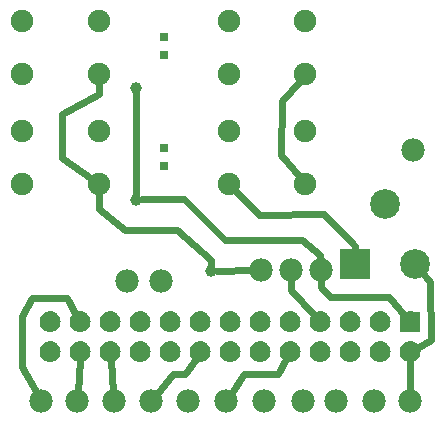
<source format=gtl>
G04 MADE WITH FRITZING*
G04 WWW.FRITZING.ORG*
G04 DOUBLE SIDED*
G04 HOLES PLATED*
G04 CONTOUR ON CENTER OF CONTOUR VECTOR*
%ASAXBY*%
%FSLAX23Y23*%
%MOIN*%
%OFA0B0*%
%SFA1.0B1.0*%
%ADD10C,0.075000*%
%ADD11C,0.039370*%
%ADD12C,0.078000*%
%ADD13C,0.099000*%
%ADD14C,0.070000*%
%ADD15R,0.031496X0.031496*%
%ADD16R,0.099000X0.099000*%
%ADD17R,0.070000X0.070000*%
%ADD18C,0.024000*%
%ADD19R,0.001000X0.001000*%
%LNCOPPER1*%
G90*
G70*
G54D10*
X315Y968D03*
X59Y968D03*
X315Y790D03*
X59Y790D03*
X315Y968D03*
X59Y968D03*
X315Y790D03*
X59Y790D03*
X315Y1334D03*
X59Y1334D03*
X315Y1157D03*
X59Y1157D03*
X315Y1334D03*
X59Y1334D03*
X315Y1157D03*
X59Y1157D03*
G54D11*
X441Y738D03*
X689Y499D03*
X440Y1110D03*
G54D12*
X866Y66D03*
X122Y66D03*
X740Y66D03*
X410Y468D03*
X524Y468D03*
X366Y66D03*
X244Y66D03*
X1362Y905D03*
X1354Y66D03*
X1106Y66D03*
X488Y66D03*
X1232Y66D03*
X996Y66D03*
X614Y66D03*
G54D13*
X1369Y523D03*
X1169Y523D03*
X1269Y723D03*
G54D10*
X1004Y968D03*
X748Y968D03*
X1004Y790D03*
X748Y790D03*
X1004Y968D03*
X748Y968D03*
X1004Y790D03*
X748Y790D03*
X1004Y1334D03*
X748Y1334D03*
X1004Y1157D03*
X748Y1157D03*
X1004Y1334D03*
X748Y1334D03*
X1004Y1157D03*
X748Y1157D03*
G54D14*
X1154Y330D03*
X1054Y330D03*
X954Y330D03*
X654Y330D03*
X554Y330D03*
X454Y330D03*
X854Y330D03*
X754Y330D03*
X254Y330D03*
X154Y330D03*
X354Y330D03*
X1154Y230D03*
X1054Y230D03*
X954Y230D03*
X654Y230D03*
X554Y230D03*
X454Y230D03*
X854Y230D03*
X754Y230D03*
X254Y230D03*
X154Y230D03*
X354Y230D03*
X1354Y230D03*
X1254Y230D03*
X1354Y330D03*
X1254Y330D03*
G54D12*
X1055Y503D03*
X955Y503D03*
X855Y503D03*
G54D15*
X532Y909D03*
X532Y849D03*
X532Y1279D03*
X532Y1220D03*
G54D16*
X1169Y523D03*
G54D17*
X1354Y330D03*
G54D18*
X194Y1023D02*
X194Y876D01*
D02*
X194Y876D02*
X292Y807D01*
D02*
X315Y1089D02*
X194Y1023D01*
D02*
X315Y1128D02*
X315Y1089D01*
D02*
X851Y687D02*
X1066Y689D01*
D02*
X1054Y554D02*
X1055Y533D01*
D02*
X598Y739D02*
X736Y605D01*
D02*
X575Y637D02*
X688Y538D01*
D02*
X688Y538D02*
X689Y518D01*
D02*
X708Y499D02*
X825Y502D01*
D02*
X993Y605D02*
X1054Y554D01*
D02*
X736Y605D02*
X993Y605D01*
D02*
X460Y739D02*
X598Y739D01*
D02*
X440Y1091D02*
X441Y757D01*
D02*
X315Y707D02*
X402Y636D01*
D02*
X402Y636D02*
X575Y637D01*
D02*
X315Y762D02*
X315Y707D01*
D02*
X246Y96D02*
X252Y204D01*
D02*
X364Y96D02*
X356Y204D01*
D02*
X563Y156D02*
X603Y156D01*
D02*
X603Y156D02*
X639Y208D01*
D02*
X508Y89D02*
X563Y156D01*
D02*
X957Y436D02*
X956Y473D01*
D02*
X1036Y349D02*
X957Y436D01*
D02*
X799Y156D02*
X914Y156D01*
D02*
X914Y156D02*
X941Y207D01*
D02*
X757Y91D02*
X799Y156D01*
D02*
X1354Y204D02*
X1354Y96D01*
D02*
X59Y180D02*
X59Y350D01*
D02*
X108Y92D02*
X59Y180D01*
D02*
X1424Y270D02*
X1376Y243D01*
D02*
X1421Y464D02*
X1424Y270D01*
D02*
X1390Y499D02*
X1421Y464D01*
D02*
X210Y409D02*
X241Y353D01*
D02*
X94Y409D02*
X210Y409D01*
D02*
X59Y350D02*
X94Y409D01*
D02*
X1055Y447D02*
X1055Y473D01*
D02*
X1087Y413D02*
X1055Y447D01*
D02*
X1284Y412D02*
X1087Y413D01*
D02*
X1337Y350D02*
X1284Y412D01*
D02*
X768Y770D02*
X851Y687D01*
D02*
X1170Y582D02*
X1170Y554D01*
D02*
X1066Y689D02*
X1170Y582D01*
D02*
X985Y1135D02*
X926Y1066D01*
D02*
X922Y886D02*
X985Y812D01*
D02*
X926Y1066D02*
X922Y886D01*
G54D19*
X151Y366D02*
X155Y366D01*
X251Y366D02*
X255Y366D01*
X351Y366D02*
X355Y366D01*
X451Y366D02*
X455Y366D01*
X551Y366D02*
X555Y366D01*
X651Y366D02*
X655Y366D01*
X751Y366D02*
X755Y366D01*
X851Y366D02*
X855Y366D01*
X951Y366D02*
X955Y366D01*
X1051Y366D02*
X1055Y366D01*
X1151Y366D02*
X1155Y366D01*
X1251Y366D02*
X1255Y366D01*
X1351Y366D02*
X1355Y366D01*
X146Y365D02*
X161Y365D01*
X246Y365D02*
X261Y365D01*
X346Y365D02*
X361Y365D01*
X446Y365D02*
X461Y365D01*
X546Y365D02*
X561Y365D01*
X646Y365D02*
X661Y365D01*
X746Y365D02*
X761Y365D01*
X846Y365D02*
X861Y365D01*
X946Y365D02*
X961Y365D01*
X1045Y365D02*
X1061Y365D01*
X1145Y365D02*
X1161Y365D01*
X1245Y365D02*
X1261Y365D01*
X1345Y365D02*
X1361Y365D01*
X143Y364D02*
X164Y364D01*
X243Y364D02*
X264Y364D01*
X343Y364D02*
X364Y364D01*
X443Y364D02*
X464Y364D01*
X543Y364D02*
X564Y364D01*
X643Y364D02*
X664Y364D01*
X742Y364D02*
X764Y364D01*
X842Y364D02*
X864Y364D01*
X942Y364D02*
X964Y364D01*
X1042Y364D02*
X1064Y364D01*
X1142Y364D02*
X1164Y364D01*
X1242Y364D02*
X1264Y364D01*
X1342Y364D02*
X1364Y364D01*
X140Y363D02*
X166Y363D01*
X240Y363D02*
X266Y363D01*
X340Y363D02*
X366Y363D01*
X440Y363D02*
X466Y363D01*
X540Y363D02*
X566Y363D01*
X640Y363D02*
X666Y363D01*
X740Y363D02*
X766Y363D01*
X840Y363D02*
X866Y363D01*
X940Y363D02*
X966Y363D01*
X1040Y363D02*
X1066Y363D01*
X1140Y363D02*
X1166Y363D01*
X1240Y363D02*
X1266Y363D01*
X1340Y363D02*
X1366Y363D01*
X138Y362D02*
X168Y362D01*
X238Y362D02*
X268Y362D01*
X338Y362D02*
X368Y362D01*
X438Y362D02*
X468Y362D01*
X538Y362D02*
X568Y362D01*
X638Y362D02*
X668Y362D01*
X738Y362D02*
X768Y362D01*
X838Y362D02*
X868Y362D01*
X938Y362D02*
X968Y362D01*
X1038Y362D02*
X1068Y362D01*
X1138Y362D02*
X1168Y362D01*
X1238Y362D02*
X1268Y362D01*
X1338Y362D02*
X1368Y362D01*
X137Y361D02*
X170Y361D01*
X236Y361D02*
X270Y361D01*
X336Y361D02*
X370Y361D01*
X436Y361D02*
X470Y361D01*
X536Y361D02*
X570Y361D01*
X636Y361D02*
X670Y361D01*
X736Y361D02*
X770Y361D01*
X836Y361D02*
X870Y361D01*
X936Y361D02*
X970Y361D01*
X1036Y361D02*
X1070Y361D01*
X1136Y361D02*
X1170Y361D01*
X1236Y361D02*
X1270Y361D01*
X1336Y361D02*
X1370Y361D01*
X135Y360D02*
X171Y360D01*
X235Y360D02*
X271Y360D01*
X335Y360D02*
X371Y360D01*
X435Y360D02*
X471Y360D01*
X535Y360D02*
X571Y360D01*
X635Y360D02*
X671Y360D01*
X735Y360D02*
X771Y360D01*
X835Y360D02*
X871Y360D01*
X935Y360D02*
X971Y360D01*
X1035Y360D02*
X1071Y360D01*
X1135Y360D02*
X1171Y360D01*
X1235Y360D02*
X1271Y360D01*
X1335Y360D02*
X1371Y360D01*
X134Y359D02*
X173Y359D01*
X234Y359D02*
X273Y359D01*
X334Y359D02*
X373Y359D01*
X434Y359D02*
X473Y359D01*
X534Y359D02*
X573Y359D01*
X634Y359D02*
X673Y359D01*
X734Y359D02*
X773Y359D01*
X834Y359D02*
X873Y359D01*
X934Y359D02*
X973Y359D01*
X1033Y359D02*
X1073Y359D01*
X1133Y359D02*
X1173Y359D01*
X1233Y359D02*
X1273Y359D01*
X1333Y359D02*
X1373Y359D01*
X132Y358D02*
X174Y358D01*
X232Y358D02*
X274Y358D01*
X332Y358D02*
X374Y358D01*
X432Y358D02*
X474Y358D01*
X532Y358D02*
X574Y358D01*
X632Y358D02*
X674Y358D01*
X732Y358D02*
X774Y358D01*
X832Y358D02*
X874Y358D01*
X932Y358D02*
X974Y358D01*
X1032Y358D02*
X1074Y358D01*
X1132Y358D02*
X1174Y358D01*
X1232Y358D02*
X1274Y358D01*
X1332Y358D02*
X1374Y358D01*
X131Y357D02*
X175Y357D01*
X231Y357D02*
X275Y357D01*
X331Y357D02*
X375Y357D01*
X431Y357D02*
X475Y357D01*
X531Y357D02*
X575Y357D01*
X631Y357D02*
X675Y357D01*
X731Y357D02*
X775Y357D01*
X831Y357D02*
X875Y357D01*
X931Y357D02*
X975Y357D01*
X1031Y357D02*
X1075Y357D01*
X1131Y357D02*
X1175Y357D01*
X1231Y357D02*
X1275Y357D01*
X1331Y357D02*
X1375Y357D01*
X130Y356D02*
X176Y356D01*
X230Y356D02*
X276Y356D01*
X330Y356D02*
X376Y356D01*
X430Y356D02*
X476Y356D01*
X530Y356D02*
X576Y356D01*
X630Y356D02*
X676Y356D01*
X730Y356D02*
X776Y356D01*
X830Y356D02*
X876Y356D01*
X930Y356D02*
X976Y356D01*
X1030Y356D02*
X1076Y356D01*
X1130Y356D02*
X1176Y356D01*
X1230Y356D02*
X1276Y356D01*
X1330Y356D02*
X1376Y356D01*
X129Y355D02*
X177Y355D01*
X229Y355D02*
X277Y355D01*
X329Y355D02*
X377Y355D01*
X429Y355D02*
X477Y355D01*
X529Y355D02*
X577Y355D01*
X629Y355D02*
X677Y355D01*
X729Y355D02*
X777Y355D01*
X829Y355D02*
X877Y355D01*
X929Y355D02*
X977Y355D01*
X1029Y355D02*
X1077Y355D01*
X1129Y355D02*
X1177Y355D01*
X1229Y355D02*
X1277Y355D01*
X1329Y355D02*
X1377Y355D01*
X128Y354D02*
X178Y354D01*
X228Y354D02*
X278Y354D01*
X328Y354D02*
X378Y354D01*
X428Y354D02*
X478Y354D01*
X528Y354D02*
X578Y354D01*
X628Y354D02*
X678Y354D01*
X728Y354D02*
X778Y354D01*
X828Y354D02*
X878Y354D01*
X928Y354D02*
X978Y354D01*
X1028Y354D02*
X1078Y354D01*
X1128Y354D02*
X1178Y354D01*
X1228Y354D02*
X1278Y354D01*
X1328Y354D02*
X1378Y354D01*
X127Y353D02*
X179Y353D01*
X227Y353D02*
X279Y353D01*
X327Y353D02*
X379Y353D01*
X427Y353D02*
X479Y353D01*
X527Y353D02*
X579Y353D01*
X627Y353D02*
X679Y353D01*
X727Y353D02*
X779Y353D01*
X827Y353D02*
X879Y353D01*
X927Y353D02*
X979Y353D01*
X1027Y353D02*
X1079Y353D01*
X1127Y353D02*
X1179Y353D01*
X1227Y353D02*
X1279Y353D01*
X1327Y353D02*
X1379Y353D01*
X126Y352D02*
X180Y352D01*
X226Y352D02*
X280Y352D01*
X326Y352D02*
X380Y352D01*
X426Y352D02*
X480Y352D01*
X526Y352D02*
X580Y352D01*
X626Y352D02*
X680Y352D01*
X726Y352D02*
X780Y352D01*
X826Y352D02*
X880Y352D01*
X926Y352D02*
X980Y352D01*
X1026Y352D02*
X1080Y352D01*
X1126Y352D02*
X1180Y352D01*
X1226Y352D02*
X1280Y352D01*
X1326Y352D02*
X1380Y352D01*
X126Y351D02*
X181Y351D01*
X226Y351D02*
X281Y351D01*
X326Y351D02*
X381Y351D01*
X426Y351D02*
X481Y351D01*
X526Y351D02*
X581Y351D01*
X626Y351D02*
X681Y351D01*
X726Y351D02*
X781Y351D01*
X826Y351D02*
X881Y351D01*
X926Y351D02*
X981Y351D01*
X1026Y351D02*
X1081Y351D01*
X1126Y351D02*
X1181Y351D01*
X1226Y351D02*
X1281Y351D01*
X1326Y351D02*
X1381Y351D01*
X125Y350D02*
X181Y350D01*
X225Y350D02*
X281Y350D01*
X325Y350D02*
X381Y350D01*
X425Y350D02*
X481Y350D01*
X525Y350D02*
X581Y350D01*
X625Y350D02*
X681Y350D01*
X725Y350D02*
X781Y350D01*
X825Y350D02*
X881Y350D01*
X925Y350D02*
X981Y350D01*
X1025Y350D02*
X1081Y350D01*
X1125Y350D02*
X1181Y350D01*
X1225Y350D02*
X1281Y350D01*
X1325Y350D02*
X1381Y350D01*
X124Y349D02*
X182Y349D01*
X224Y349D02*
X282Y349D01*
X324Y349D02*
X382Y349D01*
X424Y349D02*
X482Y349D01*
X524Y349D02*
X582Y349D01*
X624Y349D02*
X682Y349D01*
X724Y349D02*
X782Y349D01*
X824Y349D02*
X882Y349D01*
X924Y349D02*
X982Y349D01*
X1024Y349D02*
X1082Y349D01*
X1124Y349D02*
X1182Y349D01*
X1224Y349D02*
X1282Y349D01*
X1324Y349D02*
X1382Y349D01*
X124Y348D02*
X183Y348D01*
X224Y348D02*
X283Y348D01*
X324Y348D02*
X383Y348D01*
X424Y348D02*
X483Y348D01*
X524Y348D02*
X583Y348D01*
X624Y348D02*
X683Y348D01*
X724Y348D02*
X783Y348D01*
X824Y348D02*
X883Y348D01*
X924Y348D02*
X983Y348D01*
X1024Y348D02*
X1083Y348D01*
X1124Y348D02*
X1183Y348D01*
X1223Y348D02*
X1283Y348D01*
X1323Y348D02*
X1383Y348D01*
X123Y347D02*
X183Y347D01*
X223Y347D02*
X283Y347D01*
X323Y347D02*
X383Y347D01*
X423Y347D02*
X483Y347D01*
X523Y347D02*
X583Y347D01*
X623Y347D02*
X683Y347D01*
X723Y347D02*
X783Y347D01*
X823Y347D02*
X883Y347D01*
X923Y347D02*
X983Y347D01*
X1023Y347D02*
X1083Y347D01*
X1123Y347D02*
X1183Y347D01*
X1223Y347D02*
X1283Y347D01*
X1323Y347D02*
X1383Y347D01*
X122Y346D02*
X150Y346D01*
X156Y346D02*
X184Y346D01*
X222Y346D02*
X250Y346D01*
X256Y346D02*
X284Y346D01*
X322Y346D02*
X350Y346D01*
X356Y346D02*
X384Y346D01*
X422Y346D02*
X450Y346D01*
X456Y346D02*
X484Y346D01*
X522Y346D02*
X550Y346D01*
X556Y346D02*
X584Y346D01*
X622Y346D02*
X650Y346D01*
X656Y346D02*
X684Y346D01*
X722Y346D02*
X750Y346D01*
X756Y346D02*
X784Y346D01*
X822Y346D02*
X850Y346D01*
X856Y346D02*
X884Y346D01*
X922Y346D02*
X950Y346D01*
X956Y346D02*
X984Y346D01*
X1022Y346D02*
X1050Y346D01*
X1056Y346D02*
X1084Y346D01*
X1122Y346D02*
X1150Y346D01*
X1156Y346D02*
X1184Y346D01*
X1222Y346D02*
X1250Y346D01*
X1256Y346D02*
X1284Y346D01*
X1322Y346D02*
X1350Y346D01*
X1356Y346D02*
X1384Y346D01*
X122Y345D02*
X146Y345D01*
X160Y345D02*
X184Y345D01*
X222Y345D02*
X246Y345D01*
X260Y345D02*
X284Y345D01*
X322Y345D02*
X346Y345D01*
X360Y345D02*
X384Y345D01*
X422Y345D02*
X446Y345D01*
X460Y345D02*
X484Y345D01*
X522Y345D02*
X546Y345D01*
X560Y345D02*
X584Y345D01*
X622Y345D02*
X646Y345D01*
X660Y345D02*
X684Y345D01*
X722Y345D02*
X746Y345D01*
X760Y345D02*
X784Y345D01*
X822Y345D02*
X846Y345D01*
X860Y345D02*
X884Y345D01*
X922Y345D02*
X946Y345D01*
X960Y345D02*
X984Y345D01*
X1022Y345D02*
X1046Y345D01*
X1060Y345D02*
X1084Y345D01*
X1122Y345D02*
X1146Y345D01*
X1160Y345D02*
X1184Y345D01*
X1222Y345D02*
X1246Y345D01*
X1260Y345D02*
X1284Y345D01*
X1322Y345D02*
X1346Y345D01*
X1360Y345D02*
X1384Y345D01*
X121Y344D02*
X144Y344D01*
X162Y344D02*
X185Y344D01*
X221Y344D02*
X244Y344D01*
X262Y344D02*
X285Y344D01*
X321Y344D02*
X344Y344D01*
X362Y344D02*
X385Y344D01*
X421Y344D02*
X444Y344D01*
X462Y344D02*
X485Y344D01*
X521Y344D02*
X544Y344D01*
X562Y344D02*
X585Y344D01*
X621Y344D02*
X644Y344D01*
X662Y344D02*
X685Y344D01*
X721Y344D02*
X744Y344D01*
X762Y344D02*
X785Y344D01*
X821Y344D02*
X844Y344D01*
X862Y344D02*
X885Y344D01*
X921Y344D02*
X944Y344D01*
X962Y344D02*
X985Y344D01*
X1021Y344D02*
X1044Y344D01*
X1062Y344D02*
X1085Y344D01*
X1121Y344D02*
X1144Y344D01*
X1162Y344D02*
X1185Y344D01*
X1221Y344D02*
X1244Y344D01*
X1262Y344D02*
X1285Y344D01*
X1321Y344D02*
X1344Y344D01*
X1362Y344D02*
X1385Y344D01*
X121Y343D02*
X142Y343D01*
X164Y343D02*
X185Y343D01*
X221Y343D02*
X242Y343D01*
X264Y343D02*
X285Y343D01*
X321Y343D02*
X342Y343D01*
X364Y343D02*
X385Y343D01*
X421Y343D02*
X442Y343D01*
X464Y343D02*
X485Y343D01*
X521Y343D02*
X542Y343D01*
X564Y343D02*
X585Y343D01*
X621Y343D02*
X642Y343D01*
X664Y343D02*
X685Y343D01*
X721Y343D02*
X742Y343D01*
X764Y343D02*
X785Y343D01*
X821Y343D02*
X842Y343D01*
X864Y343D02*
X885Y343D01*
X921Y343D02*
X942Y343D01*
X964Y343D02*
X985Y343D01*
X1021Y343D02*
X1042Y343D01*
X1064Y343D02*
X1085Y343D01*
X1121Y343D02*
X1142Y343D01*
X1164Y343D02*
X1185Y343D01*
X1221Y343D02*
X1242Y343D01*
X1264Y343D02*
X1285Y343D01*
X1321Y343D02*
X1342Y343D01*
X1364Y343D02*
X1385Y343D01*
X121Y342D02*
X141Y342D01*
X165Y342D02*
X186Y342D01*
X221Y342D02*
X241Y342D01*
X265Y342D02*
X286Y342D01*
X321Y342D02*
X341Y342D01*
X365Y342D02*
X386Y342D01*
X421Y342D02*
X441Y342D01*
X465Y342D02*
X486Y342D01*
X521Y342D02*
X541Y342D01*
X565Y342D02*
X586Y342D01*
X621Y342D02*
X641Y342D01*
X665Y342D02*
X686Y342D01*
X721Y342D02*
X741Y342D01*
X765Y342D02*
X786Y342D01*
X821Y342D02*
X841Y342D01*
X865Y342D02*
X886Y342D01*
X921Y342D02*
X941Y342D01*
X965Y342D02*
X986Y342D01*
X1021Y342D02*
X1041Y342D01*
X1065Y342D02*
X1086Y342D01*
X1121Y342D02*
X1141Y342D01*
X1165Y342D02*
X1185Y342D01*
X1221Y342D02*
X1241Y342D01*
X1265Y342D02*
X1285Y342D01*
X1321Y342D02*
X1341Y342D01*
X1365Y342D02*
X1385Y342D01*
X120Y341D02*
X140Y341D01*
X166Y341D02*
X186Y341D01*
X220Y341D02*
X240Y341D01*
X266Y341D02*
X286Y341D01*
X320Y341D02*
X340Y341D01*
X366Y341D02*
X386Y341D01*
X420Y341D02*
X440Y341D01*
X466Y341D02*
X486Y341D01*
X520Y341D02*
X540Y341D01*
X566Y341D02*
X586Y341D01*
X620Y341D02*
X640Y341D01*
X666Y341D02*
X686Y341D01*
X720Y341D02*
X740Y341D01*
X766Y341D02*
X786Y341D01*
X820Y341D02*
X840Y341D01*
X866Y341D02*
X886Y341D01*
X920Y341D02*
X940Y341D01*
X966Y341D02*
X986Y341D01*
X1020Y341D02*
X1040Y341D01*
X1066Y341D02*
X1086Y341D01*
X1120Y341D02*
X1140Y341D01*
X1166Y341D02*
X1186Y341D01*
X1220Y341D02*
X1240Y341D01*
X1266Y341D02*
X1286Y341D01*
X1320Y341D02*
X1340Y341D01*
X1366Y341D02*
X1386Y341D01*
X120Y340D02*
X140Y340D01*
X166Y340D02*
X186Y340D01*
X220Y340D02*
X240Y340D01*
X266Y340D02*
X286Y340D01*
X320Y340D02*
X340Y340D01*
X366Y340D02*
X386Y340D01*
X420Y340D02*
X440Y340D01*
X466Y340D02*
X486Y340D01*
X520Y340D02*
X540Y340D01*
X566Y340D02*
X586Y340D01*
X620Y340D02*
X640Y340D01*
X666Y340D02*
X686Y340D01*
X720Y340D02*
X740Y340D01*
X766Y340D02*
X786Y340D01*
X820Y340D02*
X840Y340D01*
X866Y340D02*
X886Y340D01*
X920Y340D02*
X940Y340D01*
X966Y340D02*
X986Y340D01*
X1020Y340D02*
X1040Y340D01*
X1066Y340D02*
X1086Y340D01*
X1120Y340D02*
X1140Y340D01*
X1166Y340D02*
X1186Y340D01*
X1220Y340D02*
X1240Y340D01*
X1266Y340D02*
X1286Y340D01*
X1320Y340D02*
X1340Y340D01*
X1366Y340D02*
X1386Y340D01*
X120Y339D02*
X139Y339D01*
X167Y339D02*
X187Y339D01*
X220Y339D02*
X239Y339D01*
X267Y339D02*
X287Y339D01*
X320Y339D02*
X339Y339D01*
X367Y339D02*
X387Y339D01*
X420Y339D02*
X439Y339D01*
X467Y339D02*
X487Y339D01*
X520Y339D02*
X539Y339D01*
X567Y339D02*
X587Y339D01*
X620Y339D02*
X639Y339D01*
X667Y339D02*
X687Y339D01*
X720Y339D02*
X739Y339D01*
X767Y339D02*
X787Y339D01*
X820Y339D02*
X839Y339D01*
X867Y339D02*
X886Y339D01*
X920Y339D02*
X939Y339D01*
X967Y339D02*
X986Y339D01*
X1020Y339D02*
X1039Y339D01*
X1067Y339D02*
X1086Y339D01*
X1120Y339D02*
X1139Y339D01*
X1167Y339D02*
X1186Y339D01*
X1220Y339D02*
X1239Y339D01*
X1267Y339D02*
X1286Y339D01*
X1320Y339D02*
X1339Y339D01*
X1367Y339D02*
X1386Y339D01*
X119Y338D02*
X139Y338D01*
X167Y338D02*
X187Y338D01*
X219Y338D02*
X239Y338D01*
X267Y338D02*
X287Y338D01*
X319Y338D02*
X339Y338D01*
X367Y338D02*
X387Y338D01*
X419Y338D02*
X439Y338D01*
X467Y338D02*
X487Y338D01*
X519Y338D02*
X539Y338D01*
X567Y338D02*
X587Y338D01*
X619Y338D02*
X639Y338D01*
X667Y338D02*
X687Y338D01*
X719Y338D02*
X739Y338D01*
X767Y338D02*
X787Y338D01*
X819Y338D02*
X839Y338D01*
X867Y338D02*
X887Y338D01*
X919Y338D02*
X939Y338D01*
X967Y338D02*
X987Y338D01*
X1019Y338D02*
X1039Y338D01*
X1067Y338D02*
X1087Y338D01*
X1119Y338D02*
X1139Y338D01*
X1167Y338D02*
X1187Y338D01*
X1219Y338D02*
X1239Y338D01*
X1267Y338D02*
X1287Y338D01*
X1319Y338D02*
X1339Y338D01*
X1367Y338D02*
X1387Y338D01*
X119Y337D02*
X138Y337D01*
X168Y337D02*
X187Y337D01*
X219Y337D02*
X238Y337D01*
X268Y337D02*
X287Y337D01*
X319Y337D02*
X338Y337D01*
X368Y337D02*
X387Y337D01*
X419Y337D02*
X438Y337D01*
X468Y337D02*
X487Y337D01*
X519Y337D02*
X538Y337D01*
X568Y337D02*
X587Y337D01*
X619Y337D02*
X638Y337D01*
X668Y337D02*
X687Y337D01*
X719Y337D02*
X738Y337D01*
X768Y337D02*
X787Y337D01*
X819Y337D02*
X838Y337D01*
X868Y337D02*
X887Y337D01*
X919Y337D02*
X938Y337D01*
X968Y337D02*
X987Y337D01*
X1019Y337D02*
X1038Y337D01*
X1068Y337D02*
X1087Y337D01*
X1119Y337D02*
X1138Y337D01*
X1168Y337D02*
X1187Y337D01*
X1219Y337D02*
X1238Y337D01*
X1268Y337D02*
X1287Y337D01*
X1319Y337D02*
X1338Y337D01*
X1368Y337D02*
X1387Y337D01*
X119Y336D02*
X138Y336D01*
X168Y336D02*
X187Y336D01*
X219Y336D02*
X238Y336D01*
X268Y336D02*
X287Y336D01*
X319Y336D02*
X338Y336D01*
X368Y336D02*
X387Y336D01*
X419Y336D02*
X438Y336D01*
X468Y336D02*
X487Y336D01*
X519Y336D02*
X538Y336D01*
X568Y336D02*
X587Y336D01*
X619Y336D02*
X638Y336D01*
X668Y336D02*
X687Y336D01*
X719Y336D02*
X738Y336D01*
X768Y336D02*
X787Y336D01*
X819Y336D02*
X838Y336D01*
X868Y336D02*
X887Y336D01*
X919Y336D02*
X938Y336D01*
X968Y336D02*
X987Y336D01*
X1019Y336D02*
X1038Y336D01*
X1068Y336D02*
X1087Y336D01*
X1119Y336D02*
X1138Y336D01*
X1168Y336D02*
X1187Y336D01*
X1219Y336D02*
X1238Y336D01*
X1268Y336D02*
X1287Y336D01*
X1319Y336D02*
X1338Y336D01*
X1368Y336D02*
X1387Y336D01*
X119Y335D02*
X138Y335D01*
X168Y335D02*
X187Y335D01*
X219Y335D02*
X238Y335D01*
X268Y335D02*
X287Y335D01*
X319Y335D02*
X338Y335D01*
X368Y335D02*
X387Y335D01*
X419Y335D02*
X438Y335D01*
X468Y335D02*
X487Y335D01*
X519Y335D02*
X538Y335D01*
X568Y335D02*
X587Y335D01*
X619Y335D02*
X638Y335D01*
X668Y335D02*
X687Y335D01*
X719Y335D02*
X738Y335D01*
X768Y335D02*
X787Y335D01*
X819Y335D02*
X838Y335D01*
X868Y335D02*
X887Y335D01*
X919Y335D02*
X938Y335D01*
X968Y335D02*
X987Y335D01*
X1019Y335D02*
X1038Y335D01*
X1068Y335D02*
X1087Y335D01*
X1119Y335D02*
X1138Y335D01*
X1168Y335D02*
X1187Y335D01*
X1219Y335D02*
X1238Y335D01*
X1268Y335D02*
X1287Y335D01*
X1319Y335D02*
X1338Y335D01*
X1368Y335D02*
X1387Y335D01*
X119Y334D02*
X138Y334D01*
X168Y334D02*
X187Y334D01*
X219Y334D02*
X238Y334D01*
X268Y334D02*
X287Y334D01*
X319Y334D02*
X338Y334D01*
X368Y334D02*
X387Y334D01*
X419Y334D02*
X438Y334D01*
X468Y334D02*
X487Y334D01*
X519Y334D02*
X538Y334D01*
X568Y334D02*
X587Y334D01*
X619Y334D02*
X638Y334D01*
X668Y334D02*
X687Y334D01*
X719Y334D02*
X738Y334D01*
X768Y334D02*
X787Y334D01*
X819Y334D02*
X838Y334D01*
X868Y334D02*
X887Y334D01*
X919Y334D02*
X938Y334D01*
X968Y334D02*
X987Y334D01*
X1019Y334D02*
X1038Y334D01*
X1068Y334D02*
X1087Y334D01*
X1119Y334D02*
X1138Y334D01*
X1168Y334D02*
X1187Y334D01*
X1219Y334D02*
X1238Y334D01*
X1268Y334D02*
X1287Y334D01*
X1319Y334D02*
X1338Y334D01*
X1368Y334D02*
X1387Y334D01*
X119Y333D02*
X138Y333D01*
X169Y333D02*
X188Y333D01*
X219Y333D02*
X238Y333D01*
X269Y333D02*
X288Y333D01*
X319Y333D02*
X338Y333D01*
X369Y333D02*
X388Y333D01*
X419Y333D02*
X438Y333D01*
X469Y333D02*
X488Y333D01*
X519Y333D02*
X538Y333D01*
X569Y333D02*
X588Y333D01*
X619Y333D02*
X638Y333D01*
X668Y333D02*
X688Y333D01*
X719Y333D02*
X738Y333D01*
X768Y333D02*
X788Y333D01*
X819Y333D02*
X838Y333D01*
X868Y333D02*
X887Y333D01*
X919Y333D02*
X938Y333D01*
X968Y333D02*
X987Y333D01*
X1019Y333D02*
X1038Y333D01*
X1068Y333D02*
X1087Y333D01*
X1119Y333D02*
X1138Y333D01*
X1168Y333D02*
X1187Y333D01*
X1219Y333D02*
X1238Y333D01*
X1268Y333D02*
X1287Y333D01*
X1319Y333D02*
X1338Y333D01*
X1368Y333D02*
X1387Y333D01*
X119Y332D02*
X138Y332D01*
X169Y332D02*
X188Y332D01*
X219Y332D02*
X238Y332D01*
X269Y332D02*
X288Y332D01*
X319Y332D02*
X338Y332D01*
X369Y332D02*
X388Y332D01*
X419Y332D02*
X438Y332D01*
X469Y332D02*
X488Y332D01*
X519Y332D02*
X538Y332D01*
X569Y332D02*
X588Y332D01*
X619Y332D02*
X638Y332D01*
X669Y332D02*
X688Y332D01*
X719Y332D02*
X738Y332D01*
X769Y332D02*
X788Y332D01*
X819Y332D02*
X838Y332D01*
X869Y332D02*
X888Y332D01*
X919Y332D02*
X938Y332D01*
X969Y332D02*
X988Y332D01*
X1019Y332D02*
X1038Y332D01*
X1069Y332D02*
X1088Y332D01*
X1119Y332D02*
X1138Y332D01*
X1169Y332D02*
X1188Y332D01*
X1219Y332D02*
X1238Y332D01*
X1269Y332D02*
X1288Y332D01*
X1319Y332D02*
X1338Y332D01*
X1368Y332D02*
X1387Y332D01*
X119Y331D02*
X138Y331D01*
X169Y331D02*
X188Y331D01*
X219Y331D02*
X238Y331D01*
X269Y331D02*
X288Y331D01*
X319Y331D02*
X338Y331D01*
X369Y331D02*
X388Y331D01*
X419Y331D02*
X438Y331D01*
X469Y331D02*
X488Y331D01*
X519Y331D02*
X538Y331D01*
X569Y331D02*
X588Y331D01*
X619Y331D02*
X638Y331D01*
X669Y331D02*
X688Y331D01*
X719Y331D02*
X738Y331D01*
X769Y331D02*
X788Y331D01*
X819Y331D02*
X838Y331D01*
X869Y331D02*
X888Y331D01*
X919Y331D02*
X938Y331D01*
X969Y331D02*
X988Y331D01*
X1019Y331D02*
X1038Y331D01*
X1069Y331D02*
X1088Y331D01*
X1119Y331D02*
X1138Y331D01*
X1169Y331D02*
X1188Y331D01*
X1219Y331D02*
X1238Y331D01*
X1269Y331D02*
X1288Y331D01*
X1319Y331D02*
X1338Y331D01*
X1369Y331D02*
X1388Y331D01*
X119Y330D02*
X138Y330D01*
X169Y330D02*
X188Y330D01*
X219Y330D02*
X238Y330D01*
X269Y330D02*
X288Y330D01*
X319Y330D02*
X338Y330D01*
X369Y330D02*
X388Y330D01*
X419Y330D02*
X438Y330D01*
X469Y330D02*
X488Y330D01*
X519Y330D02*
X538Y330D01*
X569Y330D02*
X588Y330D01*
X619Y330D02*
X638Y330D01*
X669Y330D02*
X688Y330D01*
X719Y330D02*
X738Y330D01*
X769Y330D02*
X788Y330D01*
X819Y330D02*
X838Y330D01*
X869Y330D02*
X888Y330D01*
X919Y330D02*
X938Y330D01*
X969Y330D02*
X988Y330D01*
X1019Y330D02*
X1038Y330D01*
X1069Y330D02*
X1088Y330D01*
X1119Y330D02*
X1138Y330D01*
X1168Y330D02*
X1188Y330D01*
X1219Y330D02*
X1238Y330D01*
X1268Y330D02*
X1288Y330D01*
X1319Y330D02*
X1338Y330D01*
X1368Y330D02*
X1387Y330D01*
X119Y329D02*
X138Y329D01*
X169Y329D02*
X188Y329D01*
X219Y329D02*
X238Y329D01*
X269Y329D02*
X288Y329D01*
X319Y329D02*
X338Y329D01*
X369Y329D02*
X388Y329D01*
X419Y329D02*
X438Y329D01*
X468Y329D02*
X488Y329D01*
X519Y329D02*
X538Y329D01*
X568Y329D02*
X588Y329D01*
X619Y329D02*
X638Y329D01*
X668Y329D02*
X687Y329D01*
X719Y329D02*
X738Y329D01*
X768Y329D02*
X787Y329D01*
X819Y329D02*
X838Y329D01*
X868Y329D02*
X887Y329D01*
X919Y329D02*
X938Y329D01*
X968Y329D02*
X987Y329D01*
X1019Y329D02*
X1038Y329D01*
X1068Y329D02*
X1087Y329D01*
X1119Y329D02*
X1138Y329D01*
X1168Y329D02*
X1187Y329D01*
X1219Y329D02*
X1238Y329D01*
X1268Y329D02*
X1287Y329D01*
X1319Y329D02*
X1338Y329D01*
X1368Y329D02*
X1387Y329D01*
X119Y328D02*
X138Y328D01*
X168Y328D02*
X187Y328D01*
X219Y328D02*
X238Y328D01*
X268Y328D02*
X287Y328D01*
X319Y328D02*
X338Y328D01*
X368Y328D02*
X387Y328D01*
X419Y328D02*
X438Y328D01*
X468Y328D02*
X487Y328D01*
X519Y328D02*
X538Y328D01*
X568Y328D02*
X587Y328D01*
X619Y328D02*
X638Y328D01*
X668Y328D02*
X687Y328D01*
X719Y328D02*
X738Y328D01*
X768Y328D02*
X787Y328D01*
X819Y328D02*
X838Y328D01*
X868Y328D02*
X887Y328D01*
X919Y328D02*
X938Y328D01*
X968Y328D02*
X987Y328D01*
X1019Y328D02*
X1038Y328D01*
X1068Y328D02*
X1087Y328D01*
X1119Y328D02*
X1138Y328D01*
X1168Y328D02*
X1187Y328D01*
X1219Y328D02*
X1238Y328D01*
X1268Y328D02*
X1287Y328D01*
X1319Y328D02*
X1338Y328D01*
X1368Y328D02*
X1387Y328D01*
X119Y327D02*
X138Y327D01*
X168Y327D02*
X187Y327D01*
X219Y327D02*
X238Y327D01*
X268Y327D02*
X287Y327D01*
X319Y327D02*
X338Y327D01*
X368Y327D02*
X387Y327D01*
X419Y327D02*
X438Y327D01*
X468Y327D02*
X487Y327D01*
X519Y327D02*
X538Y327D01*
X568Y327D02*
X587Y327D01*
X619Y327D02*
X638Y327D01*
X668Y327D02*
X687Y327D01*
X719Y327D02*
X738Y327D01*
X768Y327D02*
X787Y327D01*
X819Y327D02*
X838Y327D01*
X868Y327D02*
X887Y327D01*
X919Y327D02*
X938Y327D01*
X968Y327D02*
X987Y327D01*
X1019Y327D02*
X1038Y327D01*
X1068Y327D02*
X1087Y327D01*
X1119Y327D02*
X1138Y327D01*
X1168Y327D02*
X1187Y327D01*
X1219Y327D02*
X1238Y327D01*
X1268Y327D02*
X1287Y327D01*
X1319Y327D02*
X1338Y327D01*
X1368Y327D02*
X1387Y327D01*
X119Y326D02*
X138Y326D01*
X168Y326D02*
X187Y326D01*
X219Y326D02*
X238Y326D01*
X268Y326D02*
X287Y326D01*
X319Y326D02*
X338Y326D01*
X368Y326D02*
X387Y326D01*
X419Y326D02*
X438Y326D01*
X468Y326D02*
X487Y326D01*
X519Y326D02*
X538Y326D01*
X568Y326D02*
X587Y326D01*
X619Y326D02*
X638Y326D01*
X668Y326D02*
X687Y326D01*
X719Y326D02*
X738Y326D01*
X768Y326D02*
X787Y326D01*
X819Y326D02*
X838Y326D01*
X868Y326D02*
X887Y326D01*
X919Y326D02*
X938Y326D01*
X968Y326D02*
X987Y326D01*
X1019Y326D02*
X1038Y326D01*
X1068Y326D02*
X1087Y326D01*
X1119Y326D02*
X1138Y326D01*
X1168Y326D02*
X1187Y326D01*
X1219Y326D02*
X1238Y326D01*
X1268Y326D02*
X1287Y326D01*
X1319Y326D02*
X1338Y326D01*
X1368Y326D02*
X1387Y326D01*
X119Y325D02*
X139Y325D01*
X168Y325D02*
X187Y325D01*
X219Y325D02*
X239Y325D01*
X268Y325D02*
X287Y325D01*
X319Y325D02*
X339Y325D01*
X368Y325D02*
X387Y325D01*
X419Y325D02*
X438Y325D01*
X468Y325D02*
X487Y325D01*
X519Y325D02*
X538Y325D01*
X568Y325D02*
X587Y325D01*
X619Y325D02*
X638Y325D01*
X668Y325D02*
X687Y325D01*
X719Y325D02*
X738Y325D01*
X768Y325D02*
X787Y325D01*
X819Y325D02*
X838Y325D01*
X868Y325D02*
X887Y325D01*
X919Y325D02*
X938Y325D01*
X968Y325D02*
X987Y325D01*
X1019Y325D02*
X1038Y325D01*
X1068Y325D02*
X1087Y325D01*
X1119Y325D02*
X1138Y325D01*
X1168Y325D02*
X1187Y325D01*
X1219Y325D02*
X1238Y325D01*
X1268Y325D02*
X1287Y325D01*
X1319Y325D02*
X1338Y325D01*
X1368Y325D02*
X1387Y325D01*
X120Y324D02*
X139Y324D01*
X167Y324D02*
X187Y324D01*
X220Y324D02*
X239Y324D01*
X267Y324D02*
X287Y324D01*
X319Y324D02*
X339Y324D01*
X367Y324D02*
X387Y324D01*
X419Y324D02*
X439Y324D01*
X467Y324D02*
X487Y324D01*
X519Y324D02*
X539Y324D01*
X567Y324D02*
X587Y324D01*
X619Y324D02*
X639Y324D01*
X667Y324D02*
X687Y324D01*
X719Y324D02*
X739Y324D01*
X767Y324D02*
X787Y324D01*
X819Y324D02*
X839Y324D01*
X867Y324D02*
X887Y324D01*
X919Y324D02*
X939Y324D01*
X967Y324D02*
X987Y324D01*
X1019Y324D02*
X1039Y324D01*
X1067Y324D02*
X1087Y324D01*
X1119Y324D02*
X1139Y324D01*
X1167Y324D02*
X1187Y324D01*
X1219Y324D02*
X1239Y324D01*
X1267Y324D02*
X1287Y324D01*
X1319Y324D02*
X1339Y324D01*
X1367Y324D02*
X1387Y324D01*
X120Y323D02*
X139Y323D01*
X167Y323D02*
X186Y323D01*
X220Y323D02*
X239Y323D01*
X267Y323D02*
X286Y323D01*
X320Y323D02*
X339Y323D01*
X367Y323D02*
X386Y323D01*
X420Y323D02*
X439Y323D01*
X467Y323D02*
X486Y323D01*
X520Y323D02*
X539Y323D01*
X567Y323D02*
X586Y323D01*
X620Y323D02*
X639Y323D01*
X667Y323D02*
X686Y323D01*
X720Y323D02*
X739Y323D01*
X767Y323D02*
X786Y323D01*
X820Y323D02*
X839Y323D01*
X867Y323D02*
X886Y323D01*
X920Y323D02*
X939Y323D01*
X967Y323D02*
X986Y323D01*
X1020Y323D02*
X1039Y323D01*
X1067Y323D02*
X1086Y323D01*
X1120Y323D02*
X1139Y323D01*
X1167Y323D02*
X1186Y323D01*
X1220Y323D02*
X1239Y323D01*
X1267Y323D02*
X1286Y323D01*
X1320Y323D02*
X1339Y323D01*
X1367Y323D02*
X1386Y323D01*
X120Y322D02*
X140Y322D01*
X166Y322D02*
X186Y322D01*
X220Y322D02*
X240Y322D01*
X266Y322D02*
X286Y322D01*
X320Y322D02*
X340Y322D01*
X366Y322D02*
X386Y322D01*
X420Y322D02*
X440Y322D01*
X466Y322D02*
X486Y322D01*
X520Y322D02*
X540Y322D01*
X566Y322D02*
X586Y322D01*
X620Y322D02*
X640Y322D01*
X666Y322D02*
X686Y322D01*
X720Y322D02*
X740Y322D01*
X766Y322D02*
X786Y322D01*
X820Y322D02*
X840Y322D01*
X866Y322D02*
X886Y322D01*
X920Y322D02*
X940Y322D01*
X966Y322D02*
X986Y322D01*
X1020Y322D02*
X1040Y322D01*
X1066Y322D02*
X1086Y322D01*
X1120Y322D02*
X1140Y322D01*
X1166Y322D02*
X1186Y322D01*
X1220Y322D02*
X1240Y322D01*
X1266Y322D02*
X1286Y322D01*
X1320Y322D02*
X1340Y322D01*
X1366Y322D02*
X1386Y322D01*
X120Y321D02*
X141Y321D01*
X166Y321D02*
X186Y321D01*
X220Y321D02*
X241Y321D01*
X266Y321D02*
X286Y321D01*
X320Y321D02*
X341Y321D01*
X366Y321D02*
X386Y321D01*
X420Y321D02*
X441Y321D01*
X466Y321D02*
X486Y321D01*
X520Y321D02*
X541Y321D01*
X566Y321D02*
X586Y321D01*
X620Y321D02*
X641Y321D01*
X666Y321D02*
X686Y321D01*
X720Y321D02*
X741Y321D01*
X766Y321D02*
X786Y321D01*
X820Y321D02*
X841Y321D01*
X866Y321D02*
X886Y321D01*
X920Y321D02*
X941Y321D01*
X966Y321D02*
X986Y321D01*
X1020Y321D02*
X1041Y321D01*
X1066Y321D02*
X1086Y321D01*
X1120Y321D02*
X1141Y321D01*
X1166Y321D02*
X1186Y321D01*
X1220Y321D02*
X1241Y321D01*
X1266Y321D02*
X1286Y321D01*
X1320Y321D02*
X1341Y321D01*
X1365Y321D02*
X1386Y321D01*
X121Y320D02*
X142Y320D01*
X165Y320D02*
X185Y320D01*
X221Y320D02*
X242Y320D01*
X265Y320D02*
X285Y320D01*
X321Y320D02*
X342Y320D01*
X365Y320D02*
X385Y320D01*
X421Y320D02*
X442Y320D01*
X465Y320D02*
X485Y320D01*
X521Y320D02*
X541Y320D01*
X565Y320D02*
X585Y320D01*
X621Y320D02*
X641Y320D01*
X665Y320D02*
X685Y320D01*
X721Y320D02*
X741Y320D01*
X765Y320D02*
X785Y320D01*
X821Y320D02*
X841Y320D01*
X865Y320D02*
X885Y320D01*
X921Y320D02*
X941Y320D01*
X965Y320D02*
X985Y320D01*
X1021Y320D02*
X1041Y320D01*
X1065Y320D02*
X1085Y320D01*
X1121Y320D02*
X1141Y320D01*
X1165Y320D02*
X1185Y320D01*
X1221Y320D02*
X1241Y320D01*
X1265Y320D02*
X1285Y320D01*
X1321Y320D02*
X1341Y320D01*
X1365Y320D02*
X1385Y320D01*
X121Y319D02*
X143Y319D01*
X164Y319D02*
X185Y319D01*
X221Y319D02*
X243Y319D01*
X264Y319D02*
X285Y319D01*
X321Y319D02*
X343Y319D01*
X364Y319D02*
X385Y319D01*
X421Y319D02*
X443Y319D01*
X464Y319D02*
X485Y319D01*
X521Y319D02*
X543Y319D01*
X564Y319D02*
X585Y319D01*
X621Y319D02*
X643Y319D01*
X664Y319D02*
X685Y319D01*
X721Y319D02*
X743Y319D01*
X764Y319D02*
X785Y319D01*
X821Y319D02*
X843Y319D01*
X863Y319D02*
X885Y319D01*
X921Y319D02*
X943Y319D01*
X963Y319D02*
X985Y319D01*
X1021Y319D02*
X1043Y319D01*
X1063Y319D02*
X1085Y319D01*
X1121Y319D02*
X1143Y319D01*
X1163Y319D02*
X1185Y319D01*
X1221Y319D02*
X1243Y319D01*
X1263Y319D02*
X1285Y319D01*
X1321Y319D02*
X1343Y319D01*
X1363Y319D02*
X1385Y319D01*
X122Y318D02*
X144Y318D01*
X162Y318D02*
X185Y318D01*
X222Y318D02*
X244Y318D01*
X262Y318D02*
X285Y318D01*
X322Y318D02*
X344Y318D01*
X362Y318D02*
X385Y318D01*
X422Y318D02*
X444Y318D01*
X462Y318D02*
X485Y318D01*
X522Y318D02*
X544Y318D01*
X562Y318D02*
X585Y318D01*
X622Y318D02*
X644Y318D01*
X662Y318D02*
X685Y318D01*
X722Y318D02*
X744Y318D01*
X762Y318D02*
X785Y318D01*
X822Y318D02*
X844Y318D01*
X862Y318D02*
X885Y318D01*
X922Y318D02*
X944Y318D01*
X962Y318D02*
X985Y318D01*
X1022Y318D02*
X1044Y318D01*
X1062Y318D02*
X1085Y318D01*
X1122Y318D02*
X1144Y318D01*
X1162Y318D02*
X1185Y318D01*
X1222Y318D02*
X1244Y318D01*
X1262Y318D02*
X1285Y318D01*
X1322Y318D02*
X1344Y318D01*
X1362Y318D02*
X1385Y318D01*
X122Y317D02*
X147Y317D01*
X160Y317D02*
X184Y317D01*
X222Y317D02*
X247Y317D01*
X260Y317D02*
X284Y317D01*
X322Y317D02*
X347Y317D01*
X360Y317D02*
X384Y317D01*
X422Y317D02*
X447Y317D01*
X460Y317D02*
X484Y317D01*
X522Y317D02*
X547Y317D01*
X560Y317D02*
X584Y317D01*
X622Y317D02*
X647Y317D01*
X660Y317D02*
X684Y317D01*
X722Y317D02*
X747Y317D01*
X760Y317D02*
X784Y317D01*
X822Y317D02*
X847Y317D01*
X860Y317D02*
X884Y317D01*
X922Y317D02*
X947Y317D01*
X960Y317D02*
X984Y317D01*
X1022Y317D02*
X1047Y317D01*
X1060Y317D02*
X1084Y317D01*
X1122Y317D02*
X1147Y317D01*
X1160Y317D02*
X1184Y317D01*
X1222Y317D02*
X1247Y317D01*
X1260Y317D02*
X1284Y317D01*
X1322Y317D02*
X1347Y317D01*
X1360Y317D02*
X1384Y317D01*
X123Y316D02*
X184Y316D01*
X223Y316D02*
X284Y316D01*
X323Y316D02*
X384Y316D01*
X423Y316D02*
X484Y316D01*
X523Y316D02*
X584Y316D01*
X623Y316D02*
X684Y316D01*
X723Y316D02*
X784Y316D01*
X823Y316D02*
X884Y316D01*
X923Y316D02*
X984Y316D01*
X1023Y316D02*
X1084Y316D01*
X1123Y316D02*
X1184Y316D01*
X1223Y316D02*
X1284Y316D01*
X1323Y316D02*
X1384Y316D01*
X123Y315D02*
X183Y315D01*
X223Y315D02*
X283Y315D01*
X323Y315D02*
X383Y315D01*
X423Y315D02*
X483Y315D01*
X523Y315D02*
X583Y315D01*
X623Y315D02*
X683Y315D01*
X723Y315D02*
X783Y315D01*
X823Y315D02*
X883Y315D01*
X923Y315D02*
X983Y315D01*
X1023Y315D02*
X1083Y315D01*
X1123Y315D02*
X1183Y315D01*
X1223Y315D02*
X1283Y315D01*
X1323Y315D02*
X1383Y315D01*
X124Y314D02*
X182Y314D01*
X224Y314D02*
X282Y314D01*
X324Y314D02*
X382Y314D01*
X424Y314D02*
X482Y314D01*
X524Y314D02*
X582Y314D01*
X624Y314D02*
X682Y314D01*
X724Y314D02*
X782Y314D01*
X824Y314D02*
X882Y314D01*
X924Y314D02*
X982Y314D01*
X1024Y314D02*
X1082Y314D01*
X1124Y314D02*
X1182Y314D01*
X1224Y314D02*
X1282Y314D01*
X1324Y314D02*
X1382Y314D01*
X124Y313D02*
X182Y313D01*
X224Y313D02*
X282Y313D01*
X324Y313D02*
X382Y313D01*
X424Y313D02*
X482Y313D01*
X524Y313D02*
X582Y313D01*
X624Y313D02*
X682Y313D01*
X724Y313D02*
X782Y313D01*
X824Y313D02*
X882Y313D01*
X924Y313D02*
X982Y313D01*
X1024Y313D02*
X1082Y313D01*
X1124Y313D02*
X1182Y313D01*
X1224Y313D02*
X1282Y313D01*
X1324Y313D02*
X1382Y313D01*
X125Y312D02*
X181Y312D01*
X225Y312D02*
X281Y312D01*
X325Y312D02*
X381Y312D01*
X425Y312D02*
X481Y312D01*
X525Y312D02*
X581Y312D01*
X625Y312D02*
X681Y312D01*
X725Y312D02*
X781Y312D01*
X825Y312D02*
X881Y312D01*
X925Y312D02*
X981Y312D01*
X1025Y312D02*
X1081Y312D01*
X1125Y312D02*
X1181Y312D01*
X1225Y312D02*
X1281Y312D01*
X1325Y312D02*
X1381Y312D01*
X126Y311D02*
X180Y311D01*
X226Y311D02*
X280Y311D01*
X326Y311D02*
X380Y311D01*
X426Y311D02*
X480Y311D01*
X526Y311D02*
X580Y311D01*
X626Y311D02*
X680Y311D01*
X726Y311D02*
X780Y311D01*
X826Y311D02*
X880Y311D01*
X926Y311D02*
X980Y311D01*
X1026Y311D02*
X1080Y311D01*
X1126Y311D02*
X1180Y311D01*
X1226Y311D02*
X1280Y311D01*
X1326Y311D02*
X1380Y311D01*
X127Y310D02*
X180Y310D01*
X227Y310D02*
X280Y310D01*
X327Y310D02*
X380Y310D01*
X427Y310D02*
X480Y310D01*
X527Y310D02*
X580Y310D01*
X627Y310D02*
X680Y310D01*
X727Y310D02*
X780Y310D01*
X827Y310D02*
X880Y310D01*
X927Y310D02*
X980Y310D01*
X1027Y310D02*
X1080Y310D01*
X1127Y310D02*
X1180Y310D01*
X1227Y310D02*
X1280Y310D01*
X1327Y310D02*
X1380Y310D01*
X127Y309D02*
X179Y309D01*
X227Y309D02*
X279Y309D01*
X327Y309D02*
X379Y309D01*
X427Y309D02*
X479Y309D01*
X527Y309D02*
X579Y309D01*
X627Y309D02*
X679Y309D01*
X727Y309D02*
X779Y309D01*
X827Y309D02*
X879Y309D01*
X927Y309D02*
X979Y309D01*
X1027Y309D02*
X1079Y309D01*
X1127Y309D02*
X1179Y309D01*
X1227Y309D02*
X1279Y309D01*
X1327Y309D02*
X1379Y309D01*
X128Y308D02*
X178Y308D01*
X228Y308D02*
X278Y308D01*
X328Y308D02*
X378Y308D01*
X428Y308D02*
X478Y308D01*
X528Y308D02*
X578Y308D01*
X628Y308D02*
X678Y308D01*
X728Y308D02*
X778Y308D01*
X828Y308D02*
X878Y308D01*
X928Y308D02*
X978Y308D01*
X1028Y308D02*
X1078Y308D01*
X1128Y308D02*
X1178Y308D01*
X1228Y308D02*
X1278Y308D01*
X1328Y308D02*
X1378Y308D01*
X129Y307D02*
X177Y307D01*
X229Y307D02*
X277Y307D01*
X329Y307D02*
X377Y307D01*
X429Y307D02*
X477Y307D01*
X529Y307D02*
X577Y307D01*
X629Y307D02*
X677Y307D01*
X729Y307D02*
X777Y307D01*
X829Y307D02*
X877Y307D01*
X929Y307D02*
X977Y307D01*
X1029Y307D02*
X1077Y307D01*
X1129Y307D02*
X1177Y307D01*
X1229Y307D02*
X1277Y307D01*
X1329Y307D02*
X1377Y307D01*
X130Y306D02*
X176Y306D01*
X230Y306D02*
X276Y306D01*
X330Y306D02*
X376Y306D01*
X430Y306D02*
X476Y306D01*
X530Y306D02*
X576Y306D01*
X630Y306D02*
X676Y306D01*
X730Y306D02*
X776Y306D01*
X830Y306D02*
X876Y306D01*
X930Y306D02*
X976Y306D01*
X1030Y306D02*
X1076Y306D01*
X1130Y306D02*
X1176Y306D01*
X1230Y306D02*
X1276Y306D01*
X1330Y306D02*
X1376Y306D01*
X131Y305D02*
X175Y305D01*
X231Y305D02*
X275Y305D01*
X331Y305D02*
X375Y305D01*
X431Y305D02*
X475Y305D01*
X531Y305D02*
X575Y305D01*
X631Y305D02*
X675Y305D01*
X731Y305D02*
X775Y305D01*
X831Y305D02*
X875Y305D01*
X931Y305D02*
X975Y305D01*
X1031Y305D02*
X1075Y305D01*
X1131Y305D02*
X1175Y305D01*
X1231Y305D02*
X1275Y305D01*
X1331Y305D02*
X1375Y305D01*
X133Y304D02*
X174Y304D01*
X233Y304D02*
X274Y304D01*
X333Y304D02*
X374Y304D01*
X433Y304D02*
X474Y304D01*
X533Y304D02*
X574Y304D01*
X633Y304D02*
X674Y304D01*
X733Y304D02*
X774Y304D01*
X833Y304D02*
X874Y304D01*
X933Y304D02*
X974Y304D01*
X1033Y304D02*
X1074Y304D01*
X1133Y304D02*
X1174Y304D01*
X1233Y304D02*
X1274Y304D01*
X1333Y304D02*
X1373Y304D01*
X134Y303D02*
X172Y303D01*
X234Y303D02*
X272Y303D01*
X334Y303D02*
X372Y303D01*
X434Y303D02*
X472Y303D01*
X534Y303D02*
X572Y303D01*
X634Y303D02*
X672Y303D01*
X734Y303D02*
X772Y303D01*
X834Y303D02*
X872Y303D01*
X934Y303D02*
X972Y303D01*
X1034Y303D02*
X1072Y303D01*
X1134Y303D02*
X1172Y303D01*
X1234Y303D02*
X1272Y303D01*
X1334Y303D02*
X1372Y303D01*
X135Y302D02*
X171Y302D01*
X235Y302D02*
X271Y302D01*
X335Y302D02*
X371Y302D01*
X435Y302D02*
X471Y302D01*
X535Y302D02*
X571Y302D01*
X635Y302D02*
X671Y302D01*
X735Y302D02*
X771Y302D01*
X835Y302D02*
X871Y302D01*
X935Y302D02*
X971Y302D01*
X1035Y302D02*
X1071Y302D01*
X1135Y302D02*
X1171Y302D01*
X1235Y302D02*
X1271Y302D01*
X1335Y302D02*
X1371Y302D01*
X137Y301D02*
X169Y301D01*
X237Y301D02*
X269Y301D01*
X337Y301D02*
X369Y301D01*
X437Y301D02*
X469Y301D01*
X537Y301D02*
X569Y301D01*
X637Y301D02*
X669Y301D01*
X737Y301D02*
X769Y301D01*
X837Y301D02*
X869Y301D01*
X937Y301D02*
X969Y301D01*
X1037Y301D02*
X1069Y301D01*
X1137Y301D02*
X1169Y301D01*
X1237Y301D02*
X1269Y301D01*
X1337Y301D02*
X1369Y301D01*
X139Y300D02*
X168Y300D01*
X239Y300D02*
X267Y300D01*
X339Y300D02*
X367Y300D01*
X439Y300D02*
X467Y300D01*
X539Y300D02*
X567Y300D01*
X639Y300D02*
X667Y300D01*
X739Y300D02*
X767Y300D01*
X839Y300D02*
X867Y300D01*
X939Y300D02*
X967Y300D01*
X1039Y300D02*
X1067Y300D01*
X1139Y300D02*
X1167Y300D01*
X1239Y300D02*
X1267Y300D01*
X1339Y300D02*
X1367Y300D01*
X141Y299D02*
X165Y299D01*
X241Y299D02*
X265Y299D01*
X341Y299D02*
X365Y299D01*
X441Y299D02*
X465Y299D01*
X541Y299D02*
X565Y299D01*
X641Y299D02*
X665Y299D01*
X741Y299D02*
X765Y299D01*
X841Y299D02*
X865Y299D01*
X941Y299D02*
X965Y299D01*
X1041Y299D02*
X1065Y299D01*
X1141Y299D02*
X1165Y299D01*
X1241Y299D02*
X1265Y299D01*
X1341Y299D02*
X1365Y299D01*
X143Y298D02*
X163Y298D01*
X243Y298D02*
X263Y298D01*
X343Y298D02*
X363Y298D01*
X443Y298D02*
X463Y298D01*
X543Y298D02*
X563Y298D01*
X643Y298D02*
X663Y298D01*
X743Y298D02*
X763Y298D01*
X843Y298D02*
X863Y298D01*
X943Y298D02*
X963Y298D01*
X1043Y298D02*
X1063Y298D01*
X1143Y298D02*
X1163Y298D01*
X1243Y298D02*
X1263Y298D01*
X1343Y298D02*
X1363Y298D01*
X147Y297D02*
X160Y297D01*
X247Y297D02*
X260Y297D01*
X347Y297D02*
X360Y297D01*
X447Y297D02*
X460Y297D01*
X547Y297D02*
X560Y297D01*
X647Y297D02*
X660Y297D01*
X747Y297D02*
X760Y297D01*
X847Y297D02*
X860Y297D01*
X947Y297D02*
X960Y297D01*
X1047Y297D02*
X1060Y297D01*
X1147Y297D02*
X1160Y297D01*
X1246Y297D02*
X1260Y297D01*
X1346Y297D02*
X1360Y297D01*
X151Y266D02*
X156Y266D01*
X251Y266D02*
X256Y266D01*
X351Y266D02*
X356Y266D01*
X451Y266D02*
X456Y266D01*
X551Y266D02*
X556Y266D01*
X651Y266D02*
X656Y266D01*
X751Y266D02*
X756Y266D01*
X851Y266D02*
X856Y266D01*
X951Y266D02*
X956Y266D01*
X1051Y266D02*
X1056Y266D01*
X1151Y266D02*
X1156Y266D01*
X1250Y266D02*
X1256Y266D01*
X1350Y266D02*
X1356Y266D01*
X145Y265D02*
X161Y265D01*
X245Y265D02*
X261Y265D01*
X345Y265D02*
X361Y265D01*
X445Y265D02*
X461Y265D01*
X545Y265D02*
X561Y265D01*
X645Y265D02*
X661Y265D01*
X745Y265D02*
X761Y265D01*
X845Y265D02*
X861Y265D01*
X945Y265D02*
X961Y265D01*
X1045Y265D02*
X1061Y265D01*
X1145Y265D02*
X1161Y265D01*
X1245Y265D02*
X1261Y265D01*
X1345Y265D02*
X1361Y265D01*
X142Y264D02*
X164Y264D01*
X242Y264D02*
X264Y264D01*
X342Y264D02*
X364Y264D01*
X442Y264D02*
X464Y264D01*
X542Y264D02*
X564Y264D01*
X642Y264D02*
X664Y264D01*
X742Y264D02*
X764Y264D01*
X842Y264D02*
X864Y264D01*
X942Y264D02*
X964Y264D01*
X1042Y264D02*
X1064Y264D01*
X1142Y264D02*
X1164Y264D01*
X1242Y264D02*
X1264Y264D01*
X1342Y264D02*
X1364Y264D01*
X140Y263D02*
X166Y263D01*
X240Y263D02*
X266Y263D01*
X340Y263D02*
X366Y263D01*
X440Y263D02*
X466Y263D01*
X540Y263D02*
X566Y263D01*
X640Y263D02*
X666Y263D01*
X740Y263D02*
X766Y263D01*
X840Y263D02*
X866Y263D01*
X940Y263D02*
X966Y263D01*
X1040Y263D02*
X1066Y263D01*
X1140Y263D02*
X1166Y263D01*
X1240Y263D02*
X1266Y263D01*
X1340Y263D02*
X1366Y263D01*
X138Y262D02*
X168Y262D01*
X238Y262D02*
X268Y262D01*
X338Y262D02*
X368Y262D01*
X438Y262D02*
X468Y262D01*
X538Y262D02*
X568Y262D01*
X638Y262D02*
X668Y262D01*
X738Y262D02*
X768Y262D01*
X838Y262D02*
X868Y262D01*
X938Y262D02*
X968Y262D01*
X1038Y262D02*
X1068Y262D01*
X1138Y262D02*
X1168Y262D01*
X1238Y262D02*
X1268Y262D01*
X1338Y262D02*
X1368Y262D01*
X136Y261D02*
X170Y261D01*
X236Y261D02*
X270Y261D01*
X336Y261D02*
X370Y261D01*
X436Y261D02*
X470Y261D01*
X536Y261D02*
X570Y261D01*
X636Y261D02*
X670Y261D01*
X736Y261D02*
X770Y261D01*
X836Y261D02*
X870Y261D01*
X936Y261D02*
X970Y261D01*
X1036Y261D02*
X1070Y261D01*
X1136Y261D02*
X1170Y261D01*
X1236Y261D02*
X1270Y261D01*
X1336Y261D02*
X1370Y261D01*
X135Y260D02*
X171Y260D01*
X235Y260D02*
X271Y260D01*
X335Y260D02*
X371Y260D01*
X435Y260D02*
X471Y260D01*
X535Y260D02*
X571Y260D01*
X635Y260D02*
X671Y260D01*
X735Y260D02*
X771Y260D01*
X835Y260D02*
X871Y260D01*
X935Y260D02*
X971Y260D01*
X1035Y260D02*
X1071Y260D01*
X1135Y260D02*
X1171Y260D01*
X1235Y260D02*
X1271Y260D01*
X1335Y260D02*
X1371Y260D01*
X134Y259D02*
X173Y259D01*
X234Y259D02*
X273Y259D01*
X333Y259D02*
X373Y259D01*
X433Y259D02*
X473Y259D01*
X533Y259D02*
X573Y259D01*
X633Y259D02*
X673Y259D01*
X733Y259D02*
X773Y259D01*
X833Y259D02*
X873Y259D01*
X933Y259D02*
X973Y259D01*
X1033Y259D02*
X1073Y259D01*
X1133Y259D02*
X1173Y259D01*
X1233Y259D02*
X1273Y259D01*
X1333Y259D02*
X1373Y259D01*
X132Y258D02*
X174Y258D01*
X232Y258D02*
X274Y258D01*
X332Y258D02*
X374Y258D01*
X432Y258D02*
X474Y258D01*
X532Y258D02*
X574Y258D01*
X632Y258D02*
X674Y258D01*
X732Y258D02*
X774Y258D01*
X832Y258D02*
X874Y258D01*
X932Y258D02*
X974Y258D01*
X1032Y258D02*
X1074Y258D01*
X1132Y258D02*
X1174Y258D01*
X1232Y258D02*
X1274Y258D01*
X1332Y258D02*
X1374Y258D01*
X131Y257D02*
X175Y257D01*
X231Y257D02*
X275Y257D01*
X331Y257D02*
X375Y257D01*
X431Y257D02*
X475Y257D01*
X531Y257D02*
X575Y257D01*
X631Y257D02*
X675Y257D01*
X731Y257D02*
X775Y257D01*
X831Y257D02*
X875Y257D01*
X931Y257D02*
X975Y257D01*
X1031Y257D02*
X1075Y257D01*
X1131Y257D02*
X1175Y257D01*
X1231Y257D02*
X1275Y257D01*
X1331Y257D02*
X1375Y257D01*
X130Y256D02*
X176Y256D01*
X230Y256D02*
X276Y256D01*
X330Y256D02*
X376Y256D01*
X430Y256D02*
X476Y256D01*
X530Y256D02*
X576Y256D01*
X630Y256D02*
X676Y256D01*
X730Y256D02*
X776Y256D01*
X830Y256D02*
X876Y256D01*
X930Y256D02*
X976Y256D01*
X1030Y256D02*
X1076Y256D01*
X1130Y256D02*
X1176Y256D01*
X1230Y256D02*
X1276Y256D01*
X1330Y256D02*
X1376Y256D01*
X129Y255D02*
X177Y255D01*
X229Y255D02*
X277Y255D01*
X329Y255D02*
X377Y255D01*
X429Y255D02*
X477Y255D01*
X529Y255D02*
X577Y255D01*
X629Y255D02*
X677Y255D01*
X729Y255D02*
X777Y255D01*
X829Y255D02*
X877Y255D01*
X929Y255D02*
X977Y255D01*
X1029Y255D02*
X1077Y255D01*
X1129Y255D02*
X1177Y255D01*
X1229Y255D02*
X1277Y255D01*
X1329Y255D02*
X1377Y255D01*
X128Y254D02*
X178Y254D01*
X228Y254D02*
X278Y254D01*
X328Y254D02*
X378Y254D01*
X428Y254D02*
X478Y254D01*
X528Y254D02*
X578Y254D01*
X628Y254D02*
X678Y254D01*
X728Y254D02*
X778Y254D01*
X828Y254D02*
X878Y254D01*
X928Y254D02*
X978Y254D01*
X1028Y254D02*
X1078Y254D01*
X1128Y254D02*
X1178Y254D01*
X1228Y254D02*
X1278Y254D01*
X1328Y254D02*
X1378Y254D01*
X127Y253D02*
X179Y253D01*
X227Y253D02*
X279Y253D01*
X327Y253D02*
X379Y253D01*
X427Y253D02*
X479Y253D01*
X527Y253D02*
X579Y253D01*
X627Y253D02*
X679Y253D01*
X727Y253D02*
X779Y253D01*
X827Y253D02*
X879Y253D01*
X927Y253D02*
X979Y253D01*
X1027Y253D02*
X1079Y253D01*
X1127Y253D02*
X1179Y253D01*
X1227Y253D02*
X1279Y253D01*
X1327Y253D02*
X1379Y253D01*
X126Y252D02*
X180Y252D01*
X226Y252D02*
X280Y252D01*
X326Y252D02*
X380Y252D01*
X426Y252D02*
X480Y252D01*
X526Y252D02*
X580Y252D01*
X626Y252D02*
X680Y252D01*
X726Y252D02*
X780Y252D01*
X826Y252D02*
X880Y252D01*
X926Y252D02*
X980Y252D01*
X1026Y252D02*
X1080Y252D01*
X1126Y252D02*
X1180Y252D01*
X1226Y252D02*
X1280Y252D01*
X1326Y252D02*
X1380Y252D01*
X126Y251D02*
X181Y251D01*
X226Y251D02*
X281Y251D01*
X326Y251D02*
X381Y251D01*
X426Y251D02*
X481Y251D01*
X526Y251D02*
X581Y251D01*
X626Y251D02*
X681Y251D01*
X726Y251D02*
X781Y251D01*
X826Y251D02*
X881Y251D01*
X926Y251D02*
X981Y251D01*
X1025Y251D02*
X1081Y251D01*
X1125Y251D02*
X1181Y251D01*
X1225Y251D02*
X1281Y251D01*
X1325Y251D02*
X1381Y251D01*
X125Y250D02*
X181Y250D01*
X225Y250D02*
X281Y250D01*
X325Y250D02*
X381Y250D01*
X425Y250D02*
X481Y250D01*
X525Y250D02*
X581Y250D01*
X625Y250D02*
X681Y250D01*
X725Y250D02*
X781Y250D01*
X825Y250D02*
X881Y250D01*
X925Y250D02*
X981Y250D01*
X1025Y250D02*
X1081Y250D01*
X1125Y250D02*
X1181Y250D01*
X1225Y250D02*
X1281Y250D01*
X1325Y250D02*
X1381Y250D01*
X124Y249D02*
X182Y249D01*
X224Y249D02*
X282Y249D01*
X324Y249D02*
X382Y249D01*
X424Y249D02*
X482Y249D01*
X524Y249D02*
X582Y249D01*
X624Y249D02*
X682Y249D01*
X724Y249D02*
X782Y249D01*
X824Y249D02*
X882Y249D01*
X924Y249D02*
X982Y249D01*
X1024Y249D02*
X1082Y249D01*
X1124Y249D02*
X1182Y249D01*
X1224Y249D02*
X1282Y249D01*
X1324Y249D02*
X1382Y249D01*
X124Y248D02*
X183Y248D01*
X224Y248D02*
X283Y248D01*
X324Y248D02*
X383Y248D01*
X424Y248D02*
X483Y248D01*
X524Y248D02*
X583Y248D01*
X624Y248D02*
X683Y248D01*
X724Y248D02*
X783Y248D01*
X823Y248D02*
X883Y248D01*
X923Y248D02*
X983Y248D01*
X1023Y248D02*
X1083Y248D01*
X1123Y248D02*
X1183Y248D01*
X1223Y248D02*
X1283Y248D01*
X1323Y248D02*
X1383Y248D01*
X123Y247D02*
X183Y247D01*
X223Y247D02*
X283Y247D01*
X323Y247D02*
X383Y247D01*
X423Y247D02*
X483Y247D01*
X523Y247D02*
X583Y247D01*
X623Y247D02*
X683Y247D01*
X723Y247D02*
X783Y247D01*
X823Y247D02*
X883Y247D01*
X923Y247D02*
X983Y247D01*
X1023Y247D02*
X1083Y247D01*
X1123Y247D02*
X1183Y247D01*
X1223Y247D02*
X1283Y247D01*
X1323Y247D02*
X1383Y247D01*
X122Y246D02*
X150Y246D01*
X156Y246D02*
X184Y246D01*
X222Y246D02*
X250Y246D01*
X256Y246D02*
X284Y246D01*
X322Y246D02*
X350Y246D01*
X356Y246D02*
X384Y246D01*
X422Y246D02*
X450Y246D01*
X456Y246D02*
X484Y246D01*
X522Y246D02*
X550Y246D01*
X556Y246D02*
X584Y246D01*
X622Y246D02*
X650Y246D01*
X656Y246D02*
X684Y246D01*
X722Y246D02*
X750Y246D01*
X756Y246D02*
X784Y246D01*
X822Y246D02*
X850Y246D01*
X856Y246D02*
X884Y246D01*
X922Y246D02*
X950Y246D01*
X956Y246D02*
X984Y246D01*
X1022Y246D02*
X1050Y246D01*
X1056Y246D02*
X1084Y246D01*
X1122Y246D02*
X1150Y246D01*
X1156Y246D02*
X1184Y246D01*
X1222Y246D02*
X1250Y246D01*
X1256Y246D02*
X1284Y246D01*
X1322Y246D02*
X1350Y246D01*
X1356Y246D02*
X1384Y246D01*
X122Y245D02*
X146Y245D01*
X161Y245D02*
X184Y245D01*
X222Y245D02*
X246Y245D01*
X261Y245D02*
X284Y245D01*
X322Y245D02*
X346Y245D01*
X361Y245D02*
X384Y245D01*
X422Y245D02*
X446Y245D01*
X461Y245D02*
X484Y245D01*
X522Y245D02*
X546Y245D01*
X561Y245D02*
X584Y245D01*
X622Y245D02*
X646Y245D01*
X661Y245D02*
X684Y245D01*
X722Y245D02*
X746Y245D01*
X760Y245D02*
X784Y245D01*
X822Y245D02*
X846Y245D01*
X860Y245D02*
X884Y245D01*
X922Y245D02*
X946Y245D01*
X960Y245D02*
X984Y245D01*
X1022Y245D02*
X1046Y245D01*
X1060Y245D02*
X1084Y245D01*
X1122Y245D02*
X1146Y245D01*
X1160Y245D02*
X1184Y245D01*
X1222Y245D02*
X1246Y245D01*
X1260Y245D02*
X1284Y245D01*
X1322Y245D02*
X1346Y245D01*
X1360Y245D02*
X1384Y245D01*
X121Y244D02*
X144Y244D01*
X163Y244D02*
X185Y244D01*
X221Y244D02*
X244Y244D01*
X263Y244D02*
X285Y244D01*
X321Y244D02*
X344Y244D01*
X363Y244D02*
X385Y244D01*
X421Y244D02*
X444Y244D01*
X463Y244D02*
X485Y244D01*
X521Y244D02*
X544Y244D01*
X563Y244D02*
X585Y244D01*
X621Y244D02*
X644Y244D01*
X663Y244D02*
X685Y244D01*
X721Y244D02*
X744Y244D01*
X763Y244D02*
X785Y244D01*
X821Y244D02*
X844Y244D01*
X863Y244D02*
X885Y244D01*
X921Y244D02*
X944Y244D01*
X962Y244D02*
X985Y244D01*
X1021Y244D02*
X1044Y244D01*
X1062Y244D02*
X1085Y244D01*
X1121Y244D02*
X1144Y244D01*
X1162Y244D02*
X1185Y244D01*
X1221Y244D02*
X1244Y244D01*
X1262Y244D02*
X1285Y244D01*
X1321Y244D02*
X1344Y244D01*
X1362Y244D02*
X1385Y244D01*
X121Y243D02*
X142Y243D01*
X164Y243D02*
X185Y243D01*
X221Y243D02*
X242Y243D01*
X264Y243D02*
X285Y243D01*
X321Y243D02*
X342Y243D01*
X364Y243D02*
X385Y243D01*
X421Y243D02*
X442Y243D01*
X464Y243D02*
X485Y243D01*
X521Y243D02*
X542Y243D01*
X564Y243D02*
X585Y243D01*
X621Y243D02*
X642Y243D01*
X664Y243D02*
X685Y243D01*
X721Y243D02*
X742Y243D01*
X764Y243D02*
X785Y243D01*
X821Y243D02*
X842Y243D01*
X864Y243D02*
X885Y243D01*
X921Y243D02*
X942Y243D01*
X964Y243D02*
X985Y243D01*
X1021Y243D02*
X1042Y243D01*
X1064Y243D02*
X1085Y243D01*
X1121Y243D02*
X1142Y243D01*
X1164Y243D02*
X1185Y243D01*
X1221Y243D02*
X1242Y243D01*
X1264Y243D02*
X1285Y243D01*
X1321Y243D02*
X1342Y243D01*
X1364Y243D02*
X1385Y243D01*
X121Y242D02*
X141Y242D01*
X165Y242D02*
X186Y242D01*
X221Y242D02*
X241Y242D01*
X265Y242D02*
X286Y242D01*
X321Y242D02*
X341Y242D01*
X365Y242D02*
X386Y242D01*
X421Y242D02*
X441Y242D01*
X465Y242D02*
X486Y242D01*
X521Y242D02*
X541Y242D01*
X565Y242D02*
X586Y242D01*
X621Y242D02*
X641Y242D01*
X665Y242D02*
X686Y242D01*
X721Y242D02*
X741Y242D01*
X765Y242D02*
X786Y242D01*
X821Y242D02*
X841Y242D01*
X865Y242D02*
X886Y242D01*
X921Y242D02*
X941Y242D01*
X965Y242D02*
X986Y242D01*
X1021Y242D02*
X1041Y242D01*
X1065Y242D02*
X1086Y242D01*
X1121Y242D02*
X1141Y242D01*
X1165Y242D02*
X1186Y242D01*
X1221Y242D02*
X1241Y242D01*
X1265Y242D02*
X1286Y242D01*
X1321Y242D02*
X1341Y242D01*
X1365Y242D02*
X1385Y242D01*
X120Y241D02*
X140Y241D01*
X166Y241D02*
X186Y241D01*
X220Y241D02*
X240Y241D01*
X266Y241D02*
X286Y241D01*
X320Y241D02*
X340Y241D01*
X366Y241D02*
X386Y241D01*
X420Y241D02*
X440Y241D01*
X466Y241D02*
X486Y241D01*
X520Y241D02*
X540Y241D01*
X566Y241D02*
X586Y241D01*
X620Y241D02*
X640Y241D01*
X666Y241D02*
X686Y241D01*
X720Y241D02*
X740Y241D01*
X766Y241D02*
X786Y241D01*
X820Y241D02*
X840Y241D01*
X866Y241D02*
X886Y241D01*
X920Y241D02*
X940Y241D01*
X966Y241D02*
X986Y241D01*
X1020Y241D02*
X1040Y241D01*
X1066Y241D02*
X1086Y241D01*
X1120Y241D02*
X1140Y241D01*
X1166Y241D02*
X1186Y241D01*
X1220Y241D02*
X1240Y241D01*
X1266Y241D02*
X1286Y241D01*
X1320Y241D02*
X1340Y241D01*
X1366Y241D02*
X1386Y241D01*
X120Y240D02*
X140Y240D01*
X167Y240D02*
X186Y240D01*
X220Y240D02*
X240Y240D01*
X267Y240D02*
X286Y240D01*
X320Y240D02*
X340Y240D01*
X367Y240D02*
X386Y240D01*
X420Y240D02*
X440Y240D01*
X466Y240D02*
X486Y240D01*
X520Y240D02*
X540Y240D01*
X566Y240D02*
X586Y240D01*
X620Y240D02*
X640Y240D01*
X666Y240D02*
X686Y240D01*
X720Y240D02*
X740Y240D01*
X766Y240D02*
X786Y240D01*
X820Y240D02*
X840Y240D01*
X866Y240D02*
X886Y240D01*
X920Y240D02*
X940Y240D01*
X966Y240D02*
X986Y240D01*
X1020Y240D02*
X1040Y240D01*
X1066Y240D02*
X1086Y240D01*
X1120Y240D02*
X1140Y240D01*
X1166Y240D02*
X1186Y240D01*
X1220Y240D02*
X1240Y240D01*
X1266Y240D02*
X1286Y240D01*
X1320Y240D02*
X1340Y240D01*
X1366Y240D02*
X1386Y240D01*
X120Y239D02*
X139Y239D01*
X167Y239D02*
X187Y239D01*
X220Y239D02*
X239Y239D01*
X267Y239D02*
X287Y239D01*
X320Y239D02*
X339Y239D01*
X367Y239D02*
X387Y239D01*
X420Y239D02*
X439Y239D01*
X467Y239D02*
X487Y239D01*
X520Y239D02*
X539Y239D01*
X567Y239D02*
X587Y239D01*
X620Y239D02*
X639Y239D01*
X667Y239D02*
X687Y239D01*
X720Y239D02*
X739Y239D01*
X767Y239D02*
X787Y239D01*
X820Y239D02*
X839Y239D01*
X867Y239D02*
X887Y239D01*
X920Y239D02*
X939Y239D01*
X967Y239D02*
X986Y239D01*
X1020Y239D02*
X1039Y239D01*
X1067Y239D02*
X1086Y239D01*
X1120Y239D02*
X1139Y239D01*
X1167Y239D02*
X1186Y239D01*
X1220Y239D02*
X1239Y239D01*
X1267Y239D02*
X1286Y239D01*
X1320Y239D02*
X1339Y239D01*
X1367Y239D02*
X1386Y239D01*
X119Y238D02*
X139Y238D01*
X167Y238D02*
X187Y238D01*
X219Y238D02*
X239Y238D01*
X267Y238D02*
X287Y238D01*
X319Y238D02*
X339Y238D01*
X367Y238D02*
X387Y238D01*
X419Y238D02*
X439Y238D01*
X467Y238D02*
X487Y238D01*
X519Y238D02*
X539Y238D01*
X567Y238D02*
X587Y238D01*
X619Y238D02*
X639Y238D01*
X667Y238D02*
X687Y238D01*
X719Y238D02*
X739Y238D01*
X767Y238D02*
X787Y238D01*
X819Y238D02*
X839Y238D01*
X867Y238D02*
X887Y238D01*
X919Y238D02*
X939Y238D01*
X967Y238D02*
X987Y238D01*
X1019Y238D02*
X1039Y238D01*
X1067Y238D02*
X1087Y238D01*
X1119Y238D02*
X1139Y238D01*
X1167Y238D02*
X1187Y238D01*
X1219Y238D02*
X1239Y238D01*
X1267Y238D02*
X1287Y238D01*
X1319Y238D02*
X1339Y238D01*
X1367Y238D02*
X1387Y238D01*
X119Y237D02*
X138Y237D01*
X168Y237D02*
X187Y237D01*
X219Y237D02*
X238Y237D01*
X268Y237D02*
X287Y237D01*
X319Y237D02*
X338Y237D01*
X368Y237D02*
X387Y237D01*
X419Y237D02*
X438Y237D01*
X468Y237D02*
X487Y237D01*
X519Y237D02*
X538Y237D01*
X568Y237D02*
X587Y237D01*
X619Y237D02*
X638Y237D01*
X668Y237D02*
X687Y237D01*
X719Y237D02*
X738Y237D01*
X768Y237D02*
X787Y237D01*
X819Y237D02*
X838Y237D01*
X868Y237D02*
X887Y237D01*
X919Y237D02*
X938Y237D01*
X968Y237D02*
X987Y237D01*
X1019Y237D02*
X1038Y237D01*
X1068Y237D02*
X1087Y237D01*
X1119Y237D02*
X1138Y237D01*
X1168Y237D02*
X1187Y237D01*
X1219Y237D02*
X1238Y237D01*
X1268Y237D02*
X1287Y237D01*
X1319Y237D02*
X1338Y237D01*
X1368Y237D02*
X1387Y237D01*
X119Y236D02*
X138Y236D01*
X168Y236D02*
X187Y236D01*
X219Y236D02*
X238Y236D01*
X268Y236D02*
X287Y236D01*
X319Y236D02*
X338Y236D01*
X368Y236D02*
X387Y236D01*
X419Y236D02*
X438Y236D01*
X468Y236D02*
X487Y236D01*
X519Y236D02*
X538Y236D01*
X568Y236D02*
X587Y236D01*
X619Y236D02*
X638Y236D01*
X668Y236D02*
X687Y236D01*
X719Y236D02*
X738Y236D01*
X768Y236D02*
X787Y236D01*
X819Y236D02*
X838Y236D01*
X868Y236D02*
X887Y236D01*
X919Y236D02*
X938Y236D01*
X968Y236D02*
X987Y236D01*
X1019Y236D02*
X1038Y236D01*
X1068Y236D02*
X1087Y236D01*
X1119Y236D02*
X1138Y236D01*
X1168Y236D02*
X1187Y236D01*
X1219Y236D02*
X1238Y236D01*
X1268Y236D02*
X1287Y236D01*
X1319Y236D02*
X1338Y236D01*
X1368Y236D02*
X1387Y236D01*
X119Y235D02*
X138Y235D01*
X168Y235D02*
X187Y235D01*
X219Y235D02*
X238Y235D01*
X268Y235D02*
X287Y235D01*
X319Y235D02*
X338Y235D01*
X368Y235D02*
X387Y235D01*
X419Y235D02*
X438Y235D01*
X468Y235D02*
X487Y235D01*
X519Y235D02*
X538Y235D01*
X568Y235D02*
X587Y235D01*
X619Y235D02*
X638Y235D01*
X668Y235D02*
X687Y235D01*
X719Y235D02*
X738Y235D01*
X768Y235D02*
X787Y235D01*
X819Y235D02*
X838Y235D01*
X868Y235D02*
X887Y235D01*
X919Y235D02*
X938Y235D01*
X968Y235D02*
X987Y235D01*
X1019Y235D02*
X1038Y235D01*
X1068Y235D02*
X1087Y235D01*
X1119Y235D02*
X1138Y235D01*
X1168Y235D02*
X1187Y235D01*
X1219Y235D02*
X1238Y235D01*
X1268Y235D02*
X1287Y235D01*
X1319Y235D02*
X1338Y235D01*
X1368Y235D02*
X1387Y235D01*
X119Y234D02*
X138Y234D01*
X168Y234D02*
X187Y234D01*
X219Y234D02*
X238Y234D01*
X268Y234D02*
X287Y234D01*
X319Y234D02*
X338Y234D01*
X368Y234D02*
X387Y234D01*
X419Y234D02*
X438Y234D01*
X468Y234D02*
X487Y234D01*
X519Y234D02*
X538Y234D01*
X568Y234D02*
X587Y234D01*
X619Y234D02*
X638Y234D01*
X668Y234D02*
X687Y234D01*
X719Y234D02*
X738Y234D01*
X768Y234D02*
X787Y234D01*
X819Y234D02*
X838Y234D01*
X868Y234D02*
X887Y234D01*
X919Y234D02*
X938Y234D01*
X968Y234D02*
X987Y234D01*
X1019Y234D02*
X1038Y234D01*
X1068Y234D02*
X1087Y234D01*
X1119Y234D02*
X1138Y234D01*
X1168Y234D02*
X1187Y234D01*
X1219Y234D02*
X1238Y234D01*
X1268Y234D02*
X1287Y234D01*
X1319Y234D02*
X1338Y234D01*
X1368Y234D02*
X1387Y234D01*
X119Y233D02*
X138Y233D01*
X169Y233D02*
X188Y233D01*
X219Y233D02*
X238Y233D01*
X269Y233D02*
X288Y233D01*
X319Y233D02*
X338Y233D01*
X369Y233D02*
X388Y233D01*
X419Y233D02*
X438Y233D01*
X469Y233D02*
X488Y233D01*
X519Y233D02*
X538Y233D01*
X569Y233D02*
X588Y233D01*
X619Y233D02*
X638Y233D01*
X668Y233D02*
X688Y233D01*
X719Y233D02*
X738Y233D01*
X768Y233D02*
X788Y233D01*
X819Y233D02*
X838Y233D01*
X868Y233D02*
X887Y233D01*
X919Y233D02*
X938Y233D01*
X968Y233D02*
X987Y233D01*
X1019Y233D02*
X1038Y233D01*
X1068Y233D02*
X1087Y233D01*
X1119Y233D02*
X1138Y233D01*
X1168Y233D02*
X1187Y233D01*
X1219Y233D02*
X1238Y233D01*
X1268Y233D02*
X1287Y233D01*
X1319Y233D02*
X1338Y233D01*
X1368Y233D02*
X1387Y233D01*
X119Y232D02*
X138Y232D01*
X169Y232D02*
X188Y232D01*
X219Y232D02*
X238Y232D01*
X269Y232D02*
X288Y232D01*
X319Y232D02*
X338Y232D01*
X369Y232D02*
X388Y232D01*
X419Y232D02*
X438Y232D01*
X469Y232D02*
X488Y232D01*
X519Y232D02*
X538Y232D01*
X569Y232D02*
X588Y232D01*
X619Y232D02*
X638Y232D01*
X669Y232D02*
X688Y232D01*
X719Y232D02*
X738Y232D01*
X769Y232D02*
X788Y232D01*
X819Y232D02*
X838Y232D01*
X869Y232D02*
X888Y232D01*
X919Y232D02*
X938Y232D01*
X969Y232D02*
X988Y232D01*
X1019Y232D02*
X1038Y232D01*
X1069Y232D02*
X1088Y232D01*
X1119Y232D02*
X1138Y232D01*
X1169Y232D02*
X1188Y232D01*
X1219Y232D02*
X1238Y232D01*
X1269Y232D02*
X1288Y232D01*
X1319Y232D02*
X1338Y232D01*
X1368Y232D02*
X1388Y232D01*
X119Y231D02*
X138Y231D01*
X169Y231D02*
X188Y231D01*
X219Y231D02*
X238Y231D01*
X269Y231D02*
X288Y231D01*
X319Y231D02*
X338Y231D01*
X369Y231D02*
X388Y231D01*
X419Y231D02*
X438Y231D01*
X469Y231D02*
X488Y231D01*
X519Y231D02*
X538Y231D01*
X569Y231D02*
X588Y231D01*
X619Y231D02*
X638Y231D01*
X669Y231D02*
X688Y231D01*
X719Y231D02*
X738Y231D01*
X769Y231D02*
X788Y231D01*
X819Y231D02*
X838Y231D01*
X869Y231D02*
X888Y231D01*
X919Y231D02*
X938Y231D01*
X969Y231D02*
X988Y231D01*
X1019Y231D02*
X1038Y231D01*
X1069Y231D02*
X1088Y231D01*
X1119Y231D02*
X1138Y231D01*
X1169Y231D02*
X1188Y231D01*
X1219Y231D02*
X1238Y231D01*
X1269Y231D02*
X1288Y231D01*
X1319Y231D02*
X1338Y231D01*
X1369Y231D02*
X1388Y231D01*
X119Y230D02*
X138Y230D01*
X169Y230D02*
X188Y230D01*
X219Y230D02*
X238Y230D01*
X269Y230D02*
X288Y230D01*
X319Y230D02*
X338Y230D01*
X369Y230D02*
X388Y230D01*
X419Y230D02*
X438Y230D01*
X469Y230D02*
X488Y230D01*
X519Y230D02*
X538Y230D01*
X569Y230D02*
X588Y230D01*
X619Y230D02*
X638Y230D01*
X669Y230D02*
X688Y230D01*
X719Y230D02*
X738Y230D01*
X769Y230D02*
X788Y230D01*
X819Y230D02*
X838Y230D01*
X869Y230D02*
X888Y230D01*
X919Y230D02*
X938Y230D01*
X969Y230D02*
X988Y230D01*
X1019Y230D02*
X1038Y230D01*
X1069Y230D02*
X1088Y230D01*
X1119Y230D02*
X1138Y230D01*
X1168Y230D02*
X1188Y230D01*
X1219Y230D02*
X1238Y230D01*
X1268Y230D02*
X1288Y230D01*
X1319Y230D02*
X1338Y230D01*
X1368Y230D02*
X1387Y230D01*
X119Y229D02*
X138Y229D01*
X169Y229D02*
X188Y229D01*
X219Y229D02*
X238Y229D01*
X269Y229D02*
X288Y229D01*
X319Y229D02*
X338Y229D01*
X368Y229D02*
X388Y229D01*
X419Y229D02*
X438Y229D01*
X468Y229D02*
X488Y229D01*
X519Y229D02*
X538Y229D01*
X568Y229D02*
X588Y229D01*
X619Y229D02*
X638Y229D01*
X668Y229D02*
X687Y229D01*
X719Y229D02*
X738Y229D01*
X768Y229D02*
X787Y229D01*
X819Y229D02*
X838Y229D01*
X868Y229D02*
X887Y229D01*
X919Y229D02*
X938Y229D01*
X968Y229D02*
X987Y229D01*
X1019Y229D02*
X1038Y229D01*
X1068Y229D02*
X1087Y229D01*
X1119Y229D02*
X1138Y229D01*
X1168Y229D02*
X1187Y229D01*
X1219Y229D02*
X1238Y229D01*
X1268Y229D02*
X1287Y229D01*
X1319Y229D02*
X1338Y229D01*
X1368Y229D02*
X1387Y229D01*
X119Y228D02*
X138Y228D01*
X168Y228D02*
X187Y228D01*
X219Y228D02*
X238Y228D01*
X268Y228D02*
X287Y228D01*
X319Y228D02*
X338Y228D01*
X368Y228D02*
X387Y228D01*
X419Y228D02*
X438Y228D01*
X468Y228D02*
X487Y228D01*
X519Y228D02*
X538Y228D01*
X568Y228D02*
X587Y228D01*
X619Y228D02*
X638Y228D01*
X668Y228D02*
X687Y228D01*
X719Y228D02*
X738Y228D01*
X768Y228D02*
X787Y228D01*
X819Y228D02*
X838Y228D01*
X868Y228D02*
X887Y228D01*
X919Y228D02*
X938Y228D01*
X968Y228D02*
X987Y228D01*
X1019Y228D02*
X1038Y228D01*
X1068Y228D02*
X1087Y228D01*
X1119Y228D02*
X1138Y228D01*
X1168Y228D02*
X1187Y228D01*
X1219Y228D02*
X1238Y228D01*
X1268Y228D02*
X1287Y228D01*
X1319Y228D02*
X1338Y228D01*
X1368Y228D02*
X1387Y228D01*
X119Y227D02*
X138Y227D01*
X168Y227D02*
X187Y227D01*
X219Y227D02*
X238Y227D01*
X268Y227D02*
X287Y227D01*
X319Y227D02*
X338Y227D01*
X368Y227D02*
X387Y227D01*
X419Y227D02*
X438Y227D01*
X468Y227D02*
X487Y227D01*
X519Y227D02*
X538Y227D01*
X568Y227D02*
X587Y227D01*
X619Y227D02*
X638Y227D01*
X668Y227D02*
X687Y227D01*
X719Y227D02*
X738Y227D01*
X768Y227D02*
X787Y227D01*
X819Y227D02*
X838Y227D01*
X868Y227D02*
X887Y227D01*
X919Y227D02*
X938Y227D01*
X968Y227D02*
X987Y227D01*
X1019Y227D02*
X1038Y227D01*
X1068Y227D02*
X1087Y227D01*
X1119Y227D02*
X1138Y227D01*
X1168Y227D02*
X1187Y227D01*
X1219Y227D02*
X1238Y227D01*
X1268Y227D02*
X1287Y227D01*
X1319Y227D02*
X1338Y227D01*
X1368Y227D02*
X1387Y227D01*
X119Y226D02*
X138Y226D01*
X168Y226D02*
X187Y226D01*
X219Y226D02*
X238Y226D01*
X268Y226D02*
X287Y226D01*
X319Y226D02*
X338Y226D01*
X368Y226D02*
X387Y226D01*
X419Y226D02*
X438Y226D01*
X468Y226D02*
X487Y226D01*
X519Y226D02*
X538Y226D01*
X568Y226D02*
X587Y226D01*
X619Y226D02*
X638Y226D01*
X668Y226D02*
X687Y226D01*
X719Y226D02*
X738Y226D01*
X768Y226D02*
X787Y226D01*
X819Y226D02*
X838Y226D01*
X868Y226D02*
X887Y226D01*
X919Y226D02*
X938Y226D01*
X968Y226D02*
X987Y226D01*
X1019Y226D02*
X1038Y226D01*
X1068Y226D02*
X1087Y226D01*
X1119Y226D02*
X1138Y226D01*
X1168Y226D02*
X1187Y226D01*
X1219Y226D02*
X1238Y226D01*
X1268Y226D02*
X1287Y226D01*
X1319Y226D02*
X1338Y226D01*
X1368Y226D02*
X1387Y226D01*
X119Y225D02*
X139Y225D01*
X168Y225D02*
X187Y225D01*
X219Y225D02*
X239Y225D01*
X268Y225D02*
X287Y225D01*
X319Y225D02*
X339Y225D01*
X368Y225D02*
X387Y225D01*
X419Y225D02*
X439Y225D01*
X468Y225D02*
X487Y225D01*
X519Y225D02*
X539Y225D01*
X568Y225D02*
X587Y225D01*
X619Y225D02*
X638Y225D01*
X668Y225D02*
X687Y225D01*
X719Y225D02*
X738Y225D01*
X768Y225D02*
X787Y225D01*
X819Y225D02*
X838Y225D01*
X868Y225D02*
X887Y225D01*
X919Y225D02*
X938Y225D01*
X968Y225D02*
X987Y225D01*
X1019Y225D02*
X1038Y225D01*
X1068Y225D02*
X1087Y225D01*
X1119Y225D02*
X1138Y225D01*
X1168Y225D02*
X1187Y225D01*
X1219Y225D02*
X1238Y225D01*
X1268Y225D02*
X1287Y225D01*
X1319Y225D02*
X1338Y225D01*
X1368Y225D02*
X1387Y225D01*
X120Y224D02*
X139Y224D01*
X167Y224D02*
X187Y224D01*
X220Y224D02*
X239Y224D01*
X267Y224D02*
X287Y224D01*
X319Y224D02*
X339Y224D01*
X367Y224D02*
X387Y224D01*
X419Y224D02*
X439Y224D01*
X467Y224D02*
X487Y224D01*
X519Y224D02*
X539Y224D01*
X567Y224D02*
X587Y224D01*
X619Y224D02*
X639Y224D01*
X667Y224D02*
X687Y224D01*
X719Y224D02*
X739Y224D01*
X767Y224D02*
X787Y224D01*
X819Y224D02*
X839Y224D01*
X867Y224D02*
X887Y224D01*
X919Y224D02*
X939Y224D01*
X967Y224D02*
X987Y224D01*
X1019Y224D02*
X1039Y224D01*
X1067Y224D02*
X1087Y224D01*
X1119Y224D02*
X1139Y224D01*
X1167Y224D02*
X1187Y224D01*
X1219Y224D02*
X1239Y224D01*
X1267Y224D02*
X1287Y224D01*
X1319Y224D02*
X1339Y224D01*
X1367Y224D02*
X1387Y224D01*
X120Y223D02*
X139Y223D01*
X167Y223D02*
X186Y223D01*
X220Y223D02*
X239Y223D01*
X267Y223D02*
X286Y223D01*
X320Y223D02*
X339Y223D01*
X367Y223D02*
X386Y223D01*
X420Y223D02*
X439Y223D01*
X467Y223D02*
X486Y223D01*
X520Y223D02*
X539Y223D01*
X567Y223D02*
X586Y223D01*
X620Y223D02*
X639Y223D01*
X667Y223D02*
X686Y223D01*
X720Y223D02*
X739Y223D01*
X767Y223D02*
X786Y223D01*
X820Y223D02*
X839Y223D01*
X867Y223D02*
X886Y223D01*
X920Y223D02*
X939Y223D01*
X967Y223D02*
X986Y223D01*
X1020Y223D02*
X1039Y223D01*
X1067Y223D02*
X1086Y223D01*
X1120Y223D02*
X1139Y223D01*
X1167Y223D02*
X1186Y223D01*
X1220Y223D02*
X1239Y223D01*
X1267Y223D02*
X1286Y223D01*
X1320Y223D02*
X1339Y223D01*
X1367Y223D02*
X1386Y223D01*
X120Y222D02*
X140Y222D01*
X166Y222D02*
X186Y222D01*
X220Y222D02*
X240Y222D01*
X266Y222D02*
X286Y222D01*
X320Y222D02*
X340Y222D01*
X366Y222D02*
X386Y222D01*
X420Y222D02*
X440Y222D01*
X466Y222D02*
X486Y222D01*
X520Y222D02*
X540Y222D01*
X566Y222D02*
X586Y222D01*
X620Y222D02*
X640Y222D01*
X666Y222D02*
X686Y222D01*
X720Y222D02*
X740Y222D01*
X766Y222D02*
X786Y222D01*
X820Y222D02*
X840Y222D01*
X866Y222D02*
X886Y222D01*
X920Y222D02*
X940Y222D01*
X966Y222D02*
X986Y222D01*
X1020Y222D02*
X1040Y222D01*
X1066Y222D02*
X1086Y222D01*
X1120Y222D02*
X1140Y222D01*
X1166Y222D02*
X1186Y222D01*
X1220Y222D02*
X1240Y222D01*
X1266Y222D02*
X1286Y222D01*
X1320Y222D02*
X1340Y222D01*
X1366Y222D02*
X1386Y222D01*
X120Y221D02*
X141Y221D01*
X166Y221D02*
X186Y221D01*
X220Y221D02*
X241Y221D01*
X266Y221D02*
X286Y221D01*
X320Y221D02*
X341Y221D01*
X366Y221D02*
X386Y221D01*
X420Y221D02*
X441Y221D01*
X466Y221D02*
X486Y221D01*
X520Y221D02*
X541Y221D01*
X566Y221D02*
X586Y221D01*
X620Y221D02*
X641Y221D01*
X666Y221D02*
X686Y221D01*
X720Y221D02*
X741Y221D01*
X766Y221D02*
X786Y221D01*
X820Y221D02*
X841Y221D01*
X866Y221D02*
X886Y221D01*
X920Y221D02*
X941Y221D01*
X965Y221D02*
X986Y221D01*
X1020Y221D02*
X1041Y221D01*
X1065Y221D02*
X1086Y221D01*
X1120Y221D02*
X1141Y221D01*
X1165Y221D02*
X1186Y221D01*
X1220Y221D02*
X1241Y221D01*
X1265Y221D02*
X1286Y221D01*
X1320Y221D02*
X1341Y221D01*
X1365Y221D02*
X1386Y221D01*
X121Y220D02*
X142Y220D01*
X165Y220D02*
X185Y220D01*
X221Y220D02*
X242Y220D01*
X265Y220D02*
X285Y220D01*
X321Y220D02*
X342Y220D01*
X365Y220D02*
X385Y220D01*
X421Y220D02*
X442Y220D01*
X465Y220D02*
X485Y220D01*
X521Y220D02*
X542Y220D01*
X565Y220D02*
X585Y220D01*
X621Y220D02*
X642Y220D01*
X665Y220D02*
X685Y220D01*
X721Y220D02*
X742Y220D01*
X765Y220D02*
X785Y220D01*
X821Y220D02*
X842Y220D01*
X865Y220D02*
X885Y220D01*
X921Y220D02*
X942Y220D01*
X965Y220D02*
X985Y220D01*
X1021Y220D02*
X1042Y220D01*
X1065Y220D02*
X1085Y220D01*
X1121Y220D02*
X1141Y220D01*
X1165Y220D02*
X1185Y220D01*
X1221Y220D02*
X1241Y220D01*
X1265Y220D02*
X1285Y220D01*
X1321Y220D02*
X1341Y220D01*
X1365Y220D02*
X1385Y220D01*
X121Y219D02*
X143Y219D01*
X163Y219D02*
X185Y219D01*
X221Y219D02*
X243Y219D01*
X263Y219D02*
X285Y219D01*
X321Y219D02*
X343Y219D01*
X363Y219D02*
X385Y219D01*
X421Y219D02*
X443Y219D01*
X463Y219D02*
X485Y219D01*
X521Y219D02*
X543Y219D01*
X563Y219D02*
X585Y219D01*
X621Y219D02*
X643Y219D01*
X663Y219D02*
X685Y219D01*
X721Y219D02*
X743Y219D01*
X763Y219D02*
X785Y219D01*
X821Y219D02*
X843Y219D01*
X863Y219D02*
X885Y219D01*
X921Y219D02*
X943Y219D01*
X963Y219D02*
X985Y219D01*
X1021Y219D02*
X1043Y219D01*
X1063Y219D02*
X1085Y219D01*
X1121Y219D02*
X1143Y219D01*
X1163Y219D02*
X1185Y219D01*
X1221Y219D02*
X1243Y219D01*
X1263Y219D02*
X1285Y219D01*
X1321Y219D02*
X1343Y219D01*
X1363Y219D02*
X1385Y219D01*
X122Y218D02*
X144Y218D01*
X162Y218D02*
X185Y218D01*
X222Y218D02*
X244Y218D01*
X262Y218D02*
X285Y218D01*
X322Y218D02*
X344Y218D01*
X362Y218D02*
X385Y218D01*
X422Y218D02*
X444Y218D01*
X462Y218D02*
X485Y218D01*
X522Y218D02*
X544Y218D01*
X562Y218D02*
X585Y218D01*
X622Y218D02*
X644Y218D01*
X662Y218D02*
X685Y218D01*
X722Y218D02*
X744Y218D01*
X762Y218D02*
X785Y218D01*
X822Y218D02*
X844Y218D01*
X862Y218D02*
X885Y218D01*
X922Y218D02*
X944Y218D01*
X962Y218D02*
X985Y218D01*
X1022Y218D02*
X1044Y218D01*
X1062Y218D02*
X1085Y218D01*
X1122Y218D02*
X1144Y218D01*
X1162Y218D02*
X1185Y218D01*
X1222Y218D02*
X1244Y218D01*
X1262Y218D02*
X1285Y218D01*
X1322Y218D02*
X1344Y218D01*
X1362Y218D02*
X1384Y218D01*
X122Y217D02*
X147Y217D01*
X159Y217D02*
X184Y217D01*
X222Y217D02*
X247Y217D01*
X259Y217D02*
X284Y217D01*
X322Y217D02*
X347Y217D01*
X359Y217D02*
X384Y217D01*
X422Y217D02*
X447Y217D01*
X459Y217D02*
X484Y217D01*
X522Y217D02*
X547Y217D01*
X559Y217D02*
X584Y217D01*
X622Y217D02*
X647Y217D01*
X659Y217D02*
X684Y217D01*
X722Y217D02*
X747Y217D01*
X759Y217D02*
X784Y217D01*
X822Y217D02*
X847Y217D01*
X859Y217D02*
X884Y217D01*
X922Y217D02*
X947Y217D01*
X959Y217D02*
X984Y217D01*
X1022Y217D02*
X1047Y217D01*
X1059Y217D02*
X1084Y217D01*
X1122Y217D02*
X1147Y217D01*
X1159Y217D02*
X1184Y217D01*
X1222Y217D02*
X1247Y217D01*
X1259Y217D02*
X1284Y217D01*
X1322Y217D02*
X1347Y217D01*
X1359Y217D02*
X1384Y217D01*
X123Y216D02*
X184Y216D01*
X223Y216D02*
X284Y216D01*
X323Y216D02*
X384Y216D01*
X423Y216D02*
X484Y216D01*
X523Y216D02*
X584Y216D01*
X623Y216D02*
X684Y216D01*
X723Y216D02*
X784Y216D01*
X823Y216D02*
X884Y216D01*
X923Y216D02*
X984Y216D01*
X1023Y216D02*
X1084Y216D01*
X1123Y216D02*
X1184Y216D01*
X1223Y216D02*
X1284Y216D01*
X1323Y216D02*
X1383Y216D01*
X123Y215D02*
X183Y215D01*
X223Y215D02*
X283Y215D01*
X323Y215D02*
X383Y215D01*
X423Y215D02*
X483Y215D01*
X523Y215D02*
X583Y215D01*
X623Y215D02*
X683Y215D01*
X723Y215D02*
X783Y215D01*
X823Y215D02*
X883Y215D01*
X923Y215D02*
X983Y215D01*
X1023Y215D02*
X1083Y215D01*
X1123Y215D02*
X1183Y215D01*
X1223Y215D02*
X1283Y215D01*
X1323Y215D02*
X1383Y215D01*
X124Y214D02*
X182Y214D01*
X224Y214D02*
X282Y214D01*
X324Y214D02*
X382Y214D01*
X424Y214D02*
X482Y214D01*
X524Y214D02*
X582Y214D01*
X624Y214D02*
X682Y214D01*
X724Y214D02*
X782Y214D01*
X824Y214D02*
X882Y214D01*
X924Y214D02*
X982Y214D01*
X1024Y214D02*
X1082Y214D01*
X1124Y214D02*
X1182Y214D01*
X1224Y214D02*
X1282Y214D01*
X1324Y214D02*
X1382Y214D01*
X124Y213D02*
X182Y213D01*
X224Y213D02*
X282Y213D01*
X324Y213D02*
X382Y213D01*
X424Y213D02*
X482Y213D01*
X524Y213D02*
X582Y213D01*
X624Y213D02*
X682Y213D01*
X724Y213D02*
X782Y213D01*
X824Y213D02*
X882Y213D01*
X924Y213D02*
X982Y213D01*
X1024Y213D02*
X1082Y213D01*
X1124Y213D02*
X1182Y213D01*
X1224Y213D02*
X1282Y213D01*
X1324Y213D02*
X1382Y213D01*
X125Y212D02*
X181Y212D01*
X225Y212D02*
X281Y212D01*
X325Y212D02*
X381Y212D01*
X425Y212D02*
X481Y212D01*
X525Y212D02*
X581Y212D01*
X625Y212D02*
X681Y212D01*
X725Y212D02*
X781Y212D01*
X825Y212D02*
X881Y212D01*
X925Y212D02*
X981Y212D01*
X1025Y212D02*
X1081Y212D01*
X1125Y212D02*
X1181Y212D01*
X1225Y212D02*
X1281Y212D01*
X1325Y212D02*
X1381Y212D01*
X126Y211D02*
X180Y211D01*
X226Y211D02*
X280Y211D01*
X326Y211D02*
X380Y211D01*
X426Y211D02*
X480Y211D01*
X526Y211D02*
X580Y211D01*
X626Y211D02*
X680Y211D01*
X726Y211D02*
X780Y211D01*
X826Y211D02*
X880Y211D01*
X926Y211D02*
X980Y211D01*
X1026Y211D02*
X1080Y211D01*
X1126Y211D02*
X1180Y211D01*
X1226Y211D02*
X1280Y211D01*
X1326Y211D02*
X1380Y211D01*
X127Y210D02*
X180Y210D01*
X227Y210D02*
X280Y210D01*
X327Y210D02*
X380Y210D01*
X427Y210D02*
X480Y210D01*
X527Y210D02*
X580Y210D01*
X627Y210D02*
X680Y210D01*
X727Y210D02*
X780Y210D01*
X827Y210D02*
X880Y210D01*
X927Y210D02*
X980Y210D01*
X1027Y210D02*
X1080Y210D01*
X1127Y210D02*
X1179Y210D01*
X1227Y210D02*
X1279Y210D01*
X1327Y210D02*
X1379Y210D01*
X127Y209D02*
X179Y209D01*
X227Y209D02*
X279Y209D01*
X327Y209D02*
X379Y209D01*
X427Y209D02*
X479Y209D01*
X527Y209D02*
X579Y209D01*
X627Y209D02*
X679Y209D01*
X727Y209D02*
X779Y209D01*
X827Y209D02*
X879Y209D01*
X927Y209D02*
X979Y209D01*
X1027Y209D02*
X1079Y209D01*
X1127Y209D02*
X1179Y209D01*
X1227Y209D02*
X1279Y209D01*
X1327Y209D02*
X1379Y209D01*
X128Y208D02*
X178Y208D01*
X228Y208D02*
X278Y208D01*
X328Y208D02*
X378Y208D01*
X428Y208D02*
X478Y208D01*
X528Y208D02*
X578Y208D01*
X628Y208D02*
X678Y208D01*
X728Y208D02*
X778Y208D01*
X828Y208D02*
X878Y208D01*
X928Y208D02*
X978Y208D01*
X1028Y208D02*
X1078Y208D01*
X1128Y208D02*
X1178Y208D01*
X1228Y208D02*
X1278Y208D01*
X1328Y208D02*
X1378Y208D01*
X129Y207D02*
X177Y207D01*
X229Y207D02*
X277Y207D01*
X329Y207D02*
X377Y207D01*
X429Y207D02*
X477Y207D01*
X529Y207D02*
X577Y207D01*
X629Y207D02*
X677Y207D01*
X729Y207D02*
X777Y207D01*
X829Y207D02*
X877Y207D01*
X929Y207D02*
X977Y207D01*
X1029Y207D02*
X1077Y207D01*
X1129Y207D02*
X1177Y207D01*
X1229Y207D02*
X1277Y207D01*
X1329Y207D02*
X1377Y207D01*
X130Y206D02*
X176Y206D01*
X230Y206D02*
X276Y206D01*
X330Y206D02*
X376Y206D01*
X430Y206D02*
X476Y206D01*
X530Y206D02*
X576Y206D01*
X630Y206D02*
X676Y206D01*
X730Y206D02*
X776Y206D01*
X830Y206D02*
X876Y206D01*
X930Y206D02*
X976Y206D01*
X1030Y206D02*
X1076Y206D01*
X1130Y206D02*
X1176Y206D01*
X1230Y206D02*
X1276Y206D01*
X1330Y206D02*
X1376Y206D01*
X132Y205D02*
X175Y205D01*
X232Y205D02*
X275Y205D01*
X331Y205D02*
X375Y205D01*
X431Y205D02*
X475Y205D01*
X531Y205D02*
X575Y205D01*
X631Y205D02*
X675Y205D01*
X731Y205D02*
X775Y205D01*
X831Y205D02*
X875Y205D01*
X931Y205D02*
X975Y205D01*
X1031Y205D02*
X1075Y205D01*
X1131Y205D02*
X1175Y205D01*
X1231Y205D02*
X1275Y205D01*
X1331Y205D02*
X1375Y205D01*
X133Y204D02*
X174Y204D01*
X233Y204D02*
X274Y204D01*
X333Y204D02*
X374Y204D01*
X433Y204D02*
X473Y204D01*
X533Y204D02*
X573Y204D01*
X633Y204D02*
X673Y204D01*
X733Y204D02*
X773Y204D01*
X833Y204D02*
X873Y204D01*
X933Y204D02*
X973Y204D01*
X1033Y204D02*
X1073Y204D01*
X1133Y204D02*
X1173Y204D01*
X1233Y204D02*
X1273Y204D01*
X1333Y204D02*
X1373Y204D01*
X134Y203D02*
X172Y203D01*
X234Y203D02*
X272Y203D01*
X334Y203D02*
X372Y203D01*
X434Y203D02*
X472Y203D01*
X534Y203D02*
X572Y203D01*
X634Y203D02*
X672Y203D01*
X734Y203D02*
X772Y203D01*
X834Y203D02*
X872Y203D01*
X934Y203D02*
X972Y203D01*
X1034Y203D02*
X1072Y203D01*
X1134Y203D02*
X1172Y203D01*
X1234Y203D02*
X1272Y203D01*
X1334Y203D02*
X1372Y203D01*
X135Y202D02*
X171Y202D01*
X235Y202D02*
X271Y202D01*
X335Y202D02*
X371Y202D01*
X435Y202D02*
X471Y202D01*
X535Y202D02*
X571Y202D01*
X635Y202D02*
X671Y202D01*
X735Y202D02*
X771Y202D01*
X835Y202D02*
X871Y202D01*
X935Y202D02*
X971Y202D01*
X1035Y202D02*
X1071Y202D01*
X1135Y202D02*
X1171Y202D01*
X1235Y202D02*
X1271Y202D01*
X1335Y202D02*
X1371Y202D01*
X137Y201D02*
X169Y201D01*
X237Y201D02*
X269Y201D01*
X337Y201D02*
X369Y201D01*
X437Y201D02*
X469Y201D01*
X537Y201D02*
X569Y201D01*
X637Y201D02*
X669Y201D01*
X737Y201D02*
X769Y201D01*
X837Y201D02*
X869Y201D01*
X937Y201D02*
X969Y201D01*
X1037Y201D02*
X1069Y201D01*
X1137Y201D02*
X1169Y201D01*
X1237Y201D02*
X1269Y201D01*
X1337Y201D02*
X1369Y201D01*
X139Y200D02*
X167Y200D01*
X239Y200D02*
X267Y200D01*
X339Y200D02*
X367Y200D01*
X439Y200D02*
X467Y200D01*
X539Y200D02*
X567Y200D01*
X639Y200D02*
X667Y200D01*
X739Y200D02*
X767Y200D01*
X839Y200D02*
X867Y200D01*
X939Y200D02*
X967Y200D01*
X1039Y200D02*
X1067Y200D01*
X1139Y200D02*
X1167Y200D01*
X1239Y200D02*
X1267Y200D01*
X1339Y200D02*
X1367Y200D01*
X141Y199D02*
X165Y199D01*
X241Y199D02*
X265Y199D01*
X341Y199D02*
X365Y199D01*
X441Y199D02*
X465Y199D01*
X541Y199D02*
X565Y199D01*
X641Y199D02*
X665Y199D01*
X741Y199D02*
X765Y199D01*
X841Y199D02*
X865Y199D01*
X941Y199D02*
X965Y199D01*
X1041Y199D02*
X1065Y199D01*
X1141Y199D02*
X1165Y199D01*
X1241Y199D02*
X1265Y199D01*
X1341Y199D02*
X1365Y199D01*
X143Y198D02*
X163Y198D01*
X243Y198D02*
X263Y198D01*
X343Y198D02*
X363Y198D01*
X443Y198D02*
X463Y198D01*
X543Y198D02*
X563Y198D01*
X643Y198D02*
X663Y198D01*
X743Y198D02*
X763Y198D01*
X843Y198D02*
X863Y198D01*
X943Y198D02*
X963Y198D01*
X1043Y198D02*
X1063Y198D01*
X1143Y198D02*
X1163Y198D01*
X1243Y198D02*
X1263Y198D01*
X1343Y198D02*
X1363Y198D01*
X147Y197D02*
X159Y197D01*
X247Y197D02*
X259Y197D01*
X347Y197D02*
X359Y197D01*
X447Y197D02*
X459Y197D01*
X547Y197D02*
X559Y197D01*
X647Y197D02*
X659Y197D01*
X747Y197D02*
X759Y197D01*
X847Y197D02*
X859Y197D01*
X947Y197D02*
X959Y197D01*
X1047Y197D02*
X1059Y197D01*
X1147Y197D02*
X1159Y197D01*
X1247Y197D02*
X1259Y197D01*
X1347Y197D02*
X1359Y197D01*
D02*
G04 End of Copper1*
M02*
</source>
